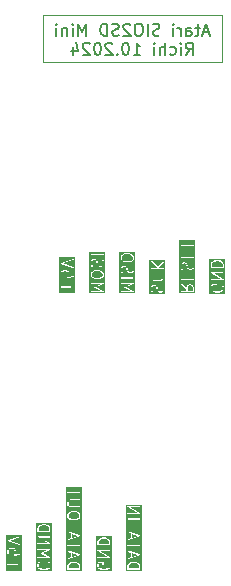
<source format=gbo>
G04 #@! TF.GenerationSoftware,KiCad,Pcbnew,8.0.4*
G04 #@! TF.CreationDate,2024-10-18T17:00:07+02:00*
G04 #@! TF.ProjectId,Atari_SIO2SD_Mini,41746172-695f-4534-994f-3253445f4d69,rev?*
G04 #@! TF.SameCoordinates,Original*
G04 #@! TF.FileFunction,Legend,Bot*
G04 #@! TF.FilePolarity,Positive*
%FSLAX46Y46*%
G04 Gerber Fmt 4.6, Leading zero omitted, Abs format (unit mm)*
G04 Created by KiCad (PCBNEW 8.0.4) date 2024-10-18 17:00:07*
%MOMM*%
%LPD*%
G01*
G04 APERTURE LIST*
%ADD10C,0.100000*%
%ADD11C,0.200000*%
%ADD12C,0.000000*%
%ADD13C,2.000000*%
%ADD14C,1.500000*%
%ADD15R,1.800000X1.800000*%
%ADD16C,1.800000*%
%ADD17R,1.700000X1.700000*%
%ADD18O,1.700000X1.700000*%
%ADD19C,5.600000*%
G04 APERTURE END LIST*
D10*
G36*
X156359661Y-82776978D02*
G01*
X156439367Y-82856684D01*
X156478080Y-82934109D01*
X156478080Y-83100978D01*
X156439367Y-83178403D01*
X156359661Y-83258109D01*
X156188592Y-83300877D01*
X155867569Y-83300877D01*
X155696499Y-83258109D01*
X155616792Y-83178402D01*
X155578080Y-83100978D01*
X155578080Y-82934109D01*
X155616792Y-82856685D01*
X155696499Y-82776978D01*
X155867569Y-82734211D01*
X156188592Y-82734211D01*
X156359661Y-82776978D01*
G37*
G36*
X156689191Y-84607226D02*
G01*
X155366969Y-84607226D01*
X155366969Y-83760315D01*
X155481886Y-83760315D01*
X155481886Y-83798583D01*
X155508946Y-83825643D01*
X155528080Y-83829449D01*
X156302702Y-83829449D01*
X155792651Y-84067473D01*
X155782261Y-84075095D01*
X155780026Y-84075908D01*
X155779439Y-84077165D01*
X155776921Y-84079013D01*
X155771076Y-84095085D01*
X155763843Y-84110586D01*
X155764641Y-84112782D01*
X155763843Y-84114978D01*
X155771076Y-84130478D01*
X155776921Y-84146551D01*
X155779439Y-84148398D01*
X155780026Y-84149656D01*
X155782261Y-84150468D01*
X155792651Y-84158091D01*
X156302702Y-84396115D01*
X155528080Y-84396115D01*
X155508946Y-84399921D01*
X155481886Y-84426981D01*
X155481886Y-84465249D01*
X155508946Y-84492309D01*
X155528080Y-84496115D01*
X156528080Y-84496115D01*
X156547214Y-84492309D01*
X156553496Y-84486026D01*
X156561849Y-84482989D01*
X156566499Y-84473023D01*
X156574274Y-84465249D01*
X156574274Y-84456363D01*
X156578032Y-84448311D01*
X156574274Y-84437976D01*
X156574274Y-84426981D01*
X156567991Y-84420698D01*
X156564954Y-84412346D01*
X156549225Y-84400806D01*
X155932029Y-84112782D01*
X156549225Y-83824758D01*
X156564954Y-83813218D01*
X156567991Y-83804865D01*
X156574274Y-83798583D01*
X156574274Y-83787587D01*
X156578032Y-83777253D01*
X156574274Y-83769200D01*
X156574274Y-83760315D01*
X156566499Y-83752540D01*
X156561849Y-83742575D01*
X156553496Y-83739537D01*
X156547214Y-83733255D01*
X156528080Y-83729449D01*
X155528080Y-83729449D01*
X155508946Y-83733255D01*
X155481886Y-83760315D01*
X155366969Y-83760315D01*
X155366969Y-82922306D01*
X155478080Y-82922306D01*
X155478080Y-83112782D01*
X155478568Y-83115238D01*
X155478206Y-83116327D01*
X155480322Y-83124054D01*
X155481886Y-83131916D01*
X155482697Y-83132727D01*
X155483359Y-83135143D01*
X155530979Y-83230381D01*
X155535894Y-83236715D01*
X155540345Y-83243375D01*
X155635583Y-83338613D01*
X155640085Y-83341621D01*
X155641172Y-83343432D01*
X155646710Y-83346048D01*
X155651804Y-83349452D01*
X155653915Y-83349452D01*
X155658811Y-83351765D01*
X155849287Y-83399384D01*
X155855404Y-83399681D01*
X155861414Y-83400877D01*
X156194747Y-83400877D01*
X156200756Y-83399681D01*
X156206874Y-83399384D01*
X156397350Y-83351765D01*
X156402246Y-83349452D01*
X156404357Y-83349452D01*
X156409450Y-83346048D01*
X156414989Y-83343432D01*
X156416075Y-83341621D01*
X156420578Y-83338613D01*
X156515816Y-83243375D01*
X156520266Y-83236715D01*
X156525182Y-83230381D01*
X156572801Y-83135143D01*
X156573462Y-83132727D01*
X156574274Y-83131916D01*
X156575837Y-83124054D01*
X156577954Y-83116327D01*
X156577591Y-83115238D01*
X156578080Y-83112782D01*
X156578080Y-82922306D01*
X156577591Y-82919849D01*
X156577954Y-82918761D01*
X156575837Y-82911033D01*
X156574274Y-82903172D01*
X156573462Y-82902360D01*
X156572801Y-82899945D01*
X156525182Y-82804707D01*
X156520266Y-82798372D01*
X156515816Y-82791713D01*
X156420578Y-82696475D01*
X156416075Y-82693466D01*
X156414989Y-82691656D01*
X156409450Y-82689039D01*
X156404357Y-82685636D01*
X156402246Y-82685636D01*
X156397350Y-82683323D01*
X156206874Y-82635704D01*
X156200756Y-82635406D01*
X156194747Y-82634211D01*
X155861414Y-82634211D01*
X155855404Y-82635406D01*
X155849287Y-82635704D01*
X155658811Y-82683323D01*
X155653915Y-82685636D01*
X155651804Y-82685636D01*
X155646710Y-82689039D01*
X155641172Y-82691656D01*
X155640085Y-82693466D01*
X155635583Y-82696475D01*
X155540345Y-82791713D01*
X155535894Y-82798372D01*
X155530979Y-82804707D01*
X155483359Y-82899945D01*
X155482697Y-82902360D01*
X155481886Y-82903172D01*
X155480322Y-82911033D01*
X155478206Y-82918761D01*
X155478568Y-82919849D01*
X155478080Y-82922306D01*
X155366969Y-82922306D01*
X155366969Y-81922306D01*
X155478080Y-81922306D01*
X155478080Y-82160401D01*
X155479643Y-82168262D01*
X155480646Y-82176213D01*
X155528266Y-82319070D01*
X155537927Y-82336018D01*
X155572156Y-82353132D01*
X155608460Y-82341031D01*
X155625574Y-82306802D01*
X155623134Y-82287446D01*
X155578080Y-82152286D01*
X155578080Y-81934109D01*
X155616792Y-81856685D01*
X155652937Y-81820541D01*
X155730361Y-81781830D01*
X155801992Y-81781830D01*
X155879415Y-81820541D01*
X155915559Y-81856686D01*
X155957095Y-81939758D01*
X156003383Y-82124909D01*
X156005722Y-82129861D01*
X156007169Y-82135143D01*
X156054787Y-82230380D01*
X156059702Y-82236713D01*
X156064154Y-82243375D01*
X156111772Y-82290994D01*
X156118438Y-82295448D01*
X156124767Y-82300360D01*
X156220005Y-82347979D01*
X156222420Y-82348640D01*
X156223232Y-82349452D01*
X156231093Y-82351015D01*
X156238821Y-82353132D01*
X156239909Y-82352769D01*
X156242366Y-82353258D01*
X156337604Y-82353258D01*
X156340060Y-82352769D01*
X156341149Y-82353132D01*
X156348876Y-82351015D01*
X156356738Y-82349452D01*
X156357549Y-82348640D01*
X156359965Y-82347979D01*
X156455202Y-82300361D01*
X156461535Y-82295445D01*
X156468197Y-82290994D01*
X156515816Y-82243376D01*
X156520270Y-82236709D01*
X156525182Y-82230381D01*
X156572801Y-82135143D01*
X156573462Y-82132727D01*
X156574274Y-82131916D01*
X156575837Y-82124054D01*
X156577954Y-82116327D01*
X156577591Y-82115238D01*
X156578080Y-82112782D01*
X156578080Y-81874687D01*
X156576516Y-81866825D01*
X156575514Y-81858875D01*
X156527895Y-81716019D01*
X156518234Y-81699070D01*
X156484005Y-81681956D01*
X156447701Y-81694057D01*
X156430587Y-81728286D01*
X156433027Y-81747641D01*
X156478080Y-81882800D01*
X156478080Y-82100978D01*
X156439368Y-82178401D01*
X156403224Y-82214546D01*
X156325801Y-82253258D01*
X156254170Y-82253258D01*
X156176746Y-82214546D01*
X156140601Y-82178402D01*
X156099066Y-82095331D01*
X156052778Y-81910179D01*
X156050438Y-81905226D01*
X156048992Y-81899945D01*
X156001373Y-81804707D01*
X155996461Y-81798378D01*
X155992007Y-81791712D01*
X155944388Y-81744094D01*
X155937726Y-81739642D01*
X155931393Y-81734727D01*
X155836156Y-81687109D01*
X155833740Y-81686447D01*
X155832929Y-81685636D01*
X155825067Y-81684072D01*
X155817340Y-81681956D01*
X155816251Y-81682318D01*
X155813795Y-81681830D01*
X155718557Y-81681830D01*
X155716100Y-81682318D01*
X155715012Y-81681956D01*
X155707284Y-81684072D01*
X155699423Y-81685636D01*
X155698611Y-81686447D01*
X155696196Y-81687109D01*
X155600958Y-81734728D01*
X155594629Y-81739639D01*
X155587963Y-81744094D01*
X155540345Y-81791713D01*
X155535894Y-81798372D01*
X155530979Y-81804707D01*
X155483359Y-81899945D01*
X155482697Y-81902360D01*
X155481886Y-81903172D01*
X155480322Y-81911033D01*
X155478206Y-81918761D01*
X155478568Y-81919849D01*
X155478080Y-81922306D01*
X155366969Y-81922306D01*
X155366969Y-81284124D01*
X155481886Y-81284124D01*
X155481886Y-81322392D01*
X155508946Y-81349452D01*
X155528080Y-81353258D01*
X156528080Y-81353258D01*
X156547214Y-81349452D01*
X156574274Y-81322392D01*
X156574274Y-81284124D01*
X156547214Y-81257064D01*
X156528080Y-81253258D01*
X155528080Y-81253258D01*
X155508946Y-81257064D01*
X155481886Y-81284124D01*
X155366969Y-81284124D01*
X155366969Y-81142147D01*
X156689191Y-81142147D01*
X156689191Y-84607226D01*
G37*
G36*
X156832534Y-105421863D02*
G01*
X156915606Y-105463399D01*
X156996759Y-105544552D01*
X157038080Y-105668514D01*
X157038080Y-105848496D01*
X156138080Y-105848496D01*
X156138080Y-105668515D01*
X156179401Y-105544552D01*
X156260554Y-105463399D01*
X156343628Y-105421862D01*
X156522807Y-105377068D01*
X156653354Y-105377068D01*
X156832534Y-105421863D01*
G37*
G36*
X157249191Y-108154845D02*
G01*
X155926969Y-108154845D01*
X155926969Y-107565163D01*
X156038080Y-107565163D01*
X156038080Y-107660401D01*
X156039643Y-107668262D01*
X156040646Y-107676213D01*
X156088266Y-107819070D01*
X156089506Y-107821245D01*
X156089506Y-107822392D01*
X156093955Y-107829050D01*
X156097927Y-107836018D01*
X156098954Y-107836531D01*
X156100345Y-107838613D01*
X156195583Y-107933851D01*
X156202242Y-107938301D01*
X156208577Y-107943217D01*
X156303815Y-107990836D01*
X156309096Y-107992282D01*
X156314049Y-107994622D01*
X156504525Y-108042241D01*
X156510642Y-108042538D01*
X156516652Y-108043734D01*
X156659509Y-108043734D01*
X156665518Y-108042538D01*
X156671636Y-108042241D01*
X156862112Y-107994622D01*
X156867064Y-107992282D01*
X156872346Y-107990836D01*
X156967583Y-107943218D01*
X156973916Y-107938302D01*
X156980578Y-107933851D01*
X157075816Y-107838613D01*
X157077206Y-107836531D01*
X157078234Y-107836018D01*
X157082204Y-107829052D01*
X157086655Y-107822392D01*
X157086655Y-107821244D01*
X157087895Y-107819069D01*
X157135514Y-107676213D01*
X157136516Y-107668262D01*
X157138080Y-107660401D01*
X157138080Y-107517544D01*
X157137591Y-107515087D01*
X157137954Y-107513999D01*
X157135837Y-107506271D01*
X157134274Y-107498410D01*
X157133462Y-107497598D01*
X157132801Y-107495183D01*
X157085182Y-107399945D01*
X157073221Y-107384533D01*
X157036916Y-107372432D01*
X157002688Y-107389546D01*
X156990587Y-107425851D01*
X156995740Y-107444667D01*
X157038080Y-107529347D01*
X157038080Y-107652288D01*
X156996759Y-107776249D01*
X156915606Y-107857403D01*
X156832534Y-107898939D01*
X156653354Y-107943734D01*
X156522807Y-107943734D01*
X156343628Y-107898939D01*
X156260554Y-107857402D01*
X156179401Y-107776249D01*
X156138080Y-107652286D01*
X156138080Y-107573277D01*
X156179401Y-107449314D01*
X156204030Y-107424687D01*
X156466652Y-107424687D01*
X156466652Y-107565163D01*
X156470458Y-107584297D01*
X156497518Y-107611357D01*
X156535786Y-107611357D01*
X156562846Y-107584297D01*
X156566652Y-107565163D01*
X156566652Y-107374687D01*
X156562846Y-107355553D01*
X156535786Y-107328493D01*
X156516652Y-107324687D01*
X156183319Y-107324687D01*
X156164185Y-107328493D01*
X156164184Y-107328493D01*
X156147963Y-107339332D01*
X156100345Y-107386951D01*
X156098954Y-107389032D01*
X156097927Y-107389546D01*
X156093955Y-107396513D01*
X156089506Y-107403172D01*
X156089506Y-107404318D01*
X156088266Y-107406494D01*
X156040646Y-107549351D01*
X156039643Y-107557301D01*
X156038080Y-107565163D01*
X155926969Y-107565163D01*
X155926969Y-106368381D01*
X156038479Y-106368381D01*
X156041886Y-106380873D01*
X156041886Y-106393821D01*
X156046740Y-106398675D01*
X156048548Y-106405302D01*
X156063273Y-106418099D01*
X156899802Y-106896115D01*
X156088080Y-106896115D01*
X156068946Y-106899921D01*
X156041886Y-106926981D01*
X156041886Y-106965249D01*
X156068946Y-106992309D01*
X156088080Y-106996115D01*
X157088080Y-106996115D01*
X157107214Y-106992309D01*
X157112068Y-106987454D01*
X157118695Y-106985647D01*
X157125120Y-106974402D01*
X157134274Y-106965249D01*
X157134274Y-106958383D01*
X157137681Y-106952421D01*
X157134274Y-106939928D01*
X157134274Y-106926981D01*
X157129418Y-106922125D01*
X157127612Y-106915501D01*
X157112887Y-106902703D01*
X156276358Y-106424687D01*
X157088080Y-106424687D01*
X157107214Y-106420881D01*
X157134274Y-106393821D01*
X157134274Y-106355553D01*
X157107214Y-106328493D01*
X157088080Y-106324687D01*
X156088080Y-106324687D01*
X156068946Y-106328493D01*
X156064091Y-106333347D01*
X156057465Y-106335155D01*
X156051039Y-106346399D01*
X156041886Y-106355553D01*
X156041886Y-106362418D01*
X156038479Y-106368381D01*
X155926969Y-106368381D01*
X155926969Y-105660401D01*
X156038080Y-105660401D01*
X156038080Y-105898496D01*
X156041886Y-105917630D01*
X156068946Y-105944690D01*
X156088080Y-105948496D01*
X157088080Y-105948496D01*
X157107214Y-105944690D01*
X157134274Y-105917630D01*
X157138080Y-105898496D01*
X157138080Y-105660401D01*
X157136516Y-105652539D01*
X157135514Y-105644589D01*
X157087895Y-105501733D01*
X157086655Y-105499557D01*
X157086655Y-105498410D01*
X157082204Y-105491749D01*
X157078234Y-105484784D01*
X157077206Y-105484270D01*
X157075816Y-105482189D01*
X156980578Y-105386951D01*
X156973916Y-105382499D01*
X156967583Y-105377584D01*
X156872346Y-105329966D01*
X156867064Y-105328519D01*
X156862112Y-105326180D01*
X156671636Y-105278561D01*
X156665518Y-105278263D01*
X156659509Y-105277068D01*
X156516652Y-105277068D01*
X156510642Y-105278263D01*
X156504525Y-105278561D01*
X156314049Y-105326180D01*
X156309096Y-105328519D01*
X156303815Y-105329966D01*
X156208577Y-105377585D01*
X156202242Y-105382500D01*
X156195583Y-105386951D01*
X156100345Y-105482189D01*
X156098954Y-105484270D01*
X156097927Y-105484784D01*
X156093955Y-105491751D01*
X156089506Y-105498410D01*
X156089506Y-105499556D01*
X156088266Y-105501732D01*
X156040646Y-105644589D01*
X156039643Y-105652539D01*
X156038080Y-105660401D01*
X155926969Y-105660401D01*
X155926969Y-105165957D01*
X157249191Y-105165957D01*
X157249191Y-108154845D01*
G37*
G36*
X158899661Y-81348407D02*
G01*
X158979367Y-81428113D01*
X159018080Y-81505538D01*
X159018080Y-81672407D01*
X158979367Y-81749832D01*
X158899661Y-81829538D01*
X158728592Y-81872306D01*
X158407569Y-81872306D01*
X158236499Y-81829538D01*
X158156792Y-81749831D01*
X158118080Y-81672407D01*
X158118080Y-81505538D01*
X158156792Y-81428114D01*
X158236499Y-81348407D01*
X158407569Y-81305640D01*
X158728592Y-81305640D01*
X158899661Y-81348407D01*
G37*
G36*
X159229191Y-84607226D02*
G01*
X157906969Y-84607226D01*
X157906969Y-83760315D01*
X158021886Y-83760315D01*
X158021886Y-83798583D01*
X158048946Y-83825643D01*
X158068080Y-83829449D01*
X158842702Y-83829449D01*
X158332651Y-84067473D01*
X158322261Y-84075095D01*
X158320026Y-84075908D01*
X158319439Y-84077165D01*
X158316921Y-84079013D01*
X158311076Y-84095085D01*
X158303843Y-84110586D01*
X158304641Y-84112782D01*
X158303843Y-84114978D01*
X158311076Y-84130478D01*
X158316921Y-84146551D01*
X158319439Y-84148398D01*
X158320026Y-84149656D01*
X158322261Y-84150468D01*
X158332651Y-84158091D01*
X158842702Y-84396115D01*
X158068080Y-84396115D01*
X158048946Y-84399921D01*
X158021886Y-84426981D01*
X158021886Y-84465249D01*
X158048946Y-84492309D01*
X158068080Y-84496115D01*
X159068080Y-84496115D01*
X159087214Y-84492309D01*
X159093496Y-84486026D01*
X159101849Y-84482989D01*
X159106499Y-84473023D01*
X159114274Y-84465249D01*
X159114274Y-84456363D01*
X159118032Y-84448311D01*
X159114274Y-84437976D01*
X159114274Y-84426981D01*
X159107991Y-84420698D01*
X159104954Y-84412346D01*
X159089225Y-84400806D01*
X158472029Y-84112782D01*
X159089225Y-83824758D01*
X159104954Y-83813218D01*
X159107991Y-83804865D01*
X159114274Y-83798583D01*
X159114274Y-83787587D01*
X159118032Y-83777253D01*
X159114274Y-83769200D01*
X159114274Y-83760315D01*
X159106499Y-83752540D01*
X159101849Y-83742575D01*
X159093496Y-83739537D01*
X159087214Y-83733255D01*
X159068080Y-83729449D01*
X158068080Y-83729449D01*
X158048946Y-83733255D01*
X158021886Y-83760315D01*
X157906969Y-83760315D01*
X157906969Y-83284124D01*
X158021886Y-83284124D01*
X158021886Y-83322392D01*
X158048946Y-83349452D01*
X158068080Y-83353258D01*
X159068080Y-83353258D01*
X159087214Y-83349452D01*
X159114274Y-83322392D01*
X159114274Y-83284124D01*
X159087214Y-83257064D01*
X159068080Y-83253258D01*
X158068080Y-83253258D01*
X158048946Y-83257064D01*
X158021886Y-83284124D01*
X157906969Y-83284124D01*
X157906969Y-82493735D01*
X158018080Y-82493735D01*
X158018080Y-82731830D01*
X158019643Y-82739691D01*
X158020646Y-82747642D01*
X158068266Y-82890499D01*
X158077927Y-82907447D01*
X158112156Y-82924561D01*
X158148460Y-82912460D01*
X158165574Y-82878231D01*
X158163134Y-82858875D01*
X158118080Y-82723715D01*
X158118080Y-82505538D01*
X158156792Y-82428114D01*
X158192937Y-82391970D01*
X158270361Y-82353259D01*
X158341992Y-82353259D01*
X158419415Y-82391970D01*
X158455559Y-82428115D01*
X158497095Y-82511187D01*
X158543383Y-82696338D01*
X158545722Y-82701290D01*
X158547169Y-82706572D01*
X158594787Y-82801809D01*
X158599702Y-82808142D01*
X158604154Y-82814804D01*
X158651772Y-82862423D01*
X158658438Y-82866877D01*
X158664767Y-82871789D01*
X158760005Y-82919408D01*
X158762420Y-82920069D01*
X158763232Y-82920881D01*
X158771093Y-82922444D01*
X158778821Y-82924561D01*
X158779909Y-82924198D01*
X158782366Y-82924687D01*
X158877604Y-82924687D01*
X158880060Y-82924198D01*
X158881149Y-82924561D01*
X158888876Y-82922444D01*
X158896738Y-82920881D01*
X158897549Y-82920069D01*
X158899965Y-82919408D01*
X158995202Y-82871790D01*
X159001535Y-82866874D01*
X159008197Y-82862423D01*
X159055816Y-82814805D01*
X159060270Y-82808138D01*
X159065182Y-82801810D01*
X159112801Y-82706572D01*
X159113462Y-82704156D01*
X159114274Y-82703345D01*
X159115837Y-82695483D01*
X159117954Y-82687756D01*
X159117591Y-82686667D01*
X159118080Y-82684211D01*
X159118080Y-82446116D01*
X159116516Y-82438254D01*
X159115514Y-82430304D01*
X159067895Y-82287448D01*
X159058234Y-82270499D01*
X159024005Y-82253385D01*
X158987701Y-82265486D01*
X158970587Y-82299715D01*
X158973027Y-82319070D01*
X159018080Y-82454229D01*
X159018080Y-82672407D01*
X158979368Y-82749830D01*
X158943224Y-82785975D01*
X158865801Y-82824687D01*
X158794170Y-82824687D01*
X158716746Y-82785975D01*
X158680601Y-82749831D01*
X158639066Y-82666760D01*
X158592778Y-82481608D01*
X158590438Y-82476655D01*
X158588992Y-82471374D01*
X158541373Y-82376136D01*
X158536461Y-82369807D01*
X158532007Y-82363141D01*
X158484388Y-82315523D01*
X158477726Y-82311071D01*
X158471393Y-82306156D01*
X158376156Y-82258538D01*
X158373740Y-82257876D01*
X158372929Y-82257065D01*
X158365067Y-82255501D01*
X158357340Y-82253385D01*
X158356251Y-82253747D01*
X158353795Y-82253259D01*
X158258557Y-82253259D01*
X158256100Y-82253747D01*
X158255012Y-82253385D01*
X158247284Y-82255501D01*
X158239423Y-82257065D01*
X158238611Y-82257876D01*
X158236196Y-82258538D01*
X158140958Y-82306157D01*
X158134629Y-82311068D01*
X158127963Y-82315523D01*
X158080345Y-82363142D01*
X158075894Y-82369801D01*
X158070979Y-82376136D01*
X158023359Y-82471374D01*
X158022697Y-82473789D01*
X158021886Y-82474601D01*
X158020322Y-82482462D01*
X158018206Y-82490190D01*
X158018568Y-82491278D01*
X158018080Y-82493735D01*
X157906969Y-82493735D01*
X157906969Y-81493735D01*
X158018080Y-81493735D01*
X158018080Y-81684211D01*
X158018568Y-81686667D01*
X158018206Y-81687756D01*
X158020322Y-81695483D01*
X158021886Y-81703345D01*
X158022697Y-81704156D01*
X158023359Y-81706572D01*
X158070979Y-81801810D01*
X158075894Y-81808144D01*
X158080345Y-81814804D01*
X158175583Y-81910042D01*
X158180085Y-81913050D01*
X158181172Y-81914861D01*
X158186710Y-81917477D01*
X158191804Y-81920881D01*
X158193915Y-81920881D01*
X158198811Y-81923194D01*
X158389287Y-81970813D01*
X158395404Y-81971110D01*
X158401414Y-81972306D01*
X158734747Y-81972306D01*
X158740756Y-81971110D01*
X158746874Y-81970813D01*
X158937350Y-81923194D01*
X158942246Y-81920881D01*
X158944357Y-81920881D01*
X158949450Y-81917477D01*
X158954989Y-81914861D01*
X158956075Y-81913050D01*
X158960578Y-81910042D01*
X159055816Y-81814804D01*
X159060266Y-81808144D01*
X159065182Y-81801810D01*
X159112801Y-81706572D01*
X159113462Y-81704156D01*
X159114274Y-81703345D01*
X159115837Y-81695483D01*
X159117954Y-81687756D01*
X159117591Y-81686667D01*
X159118080Y-81684211D01*
X159118080Y-81493735D01*
X159117591Y-81491278D01*
X159117954Y-81490190D01*
X159115837Y-81482462D01*
X159114274Y-81474601D01*
X159113462Y-81473789D01*
X159112801Y-81471374D01*
X159065182Y-81376136D01*
X159060266Y-81369801D01*
X159055816Y-81363142D01*
X158960578Y-81267904D01*
X158956075Y-81264895D01*
X158954989Y-81263085D01*
X158949450Y-81260468D01*
X158944357Y-81257065D01*
X158942246Y-81257065D01*
X158937350Y-81254752D01*
X158746874Y-81207133D01*
X158740756Y-81206835D01*
X158734747Y-81205640D01*
X158401414Y-81205640D01*
X158395404Y-81206835D01*
X158389287Y-81207133D01*
X158198811Y-81254752D01*
X158193915Y-81257065D01*
X158191804Y-81257065D01*
X158186710Y-81260468D01*
X158181172Y-81263085D01*
X158180085Y-81264895D01*
X158175583Y-81267904D01*
X158080345Y-81363142D01*
X158075894Y-81369801D01*
X158070979Y-81376136D01*
X158023359Y-81471374D01*
X158022697Y-81473789D01*
X158021886Y-81474601D01*
X158020322Y-81482462D01*
X158018206Y-81490190D01*
X158018568Y-81491278D01*
X158018080Y-81493735D01*
X157906969Y-81493735D01*
X157906969Y-81094529D01*
X159229191Y-81094529D01*
X159229191Y-84607226D01*
G37*
G36*
X149629191Y-108103420D02*
G01*
X148306969Y-108103420D01*
X148306969Y-107546029D01*
X148421886Y-107546029D01*
X148421886Y-107584297D01*
X148448946Y-107611357D01*
X148468080Y-107615163D01*
X148799033Y-107615163D01*
X148799033Y-107946115D01*
X148802839Y-107965249D01*
X148829899Y-107992309D01*
X148868167Y-107992309D01*
X148895227Y-107965249D01*
X148899033Y-107946115D01*
X148899033Y-107615163D01*
X149229985Y-107615163D01*
X149249119Y-107611357D01*
X149276179Y-107584297D01*
X149276179Y-107546029D01*
X149249119Y-107518969D01*
X149229985Y-107515163D01*
X148899033Y-107515163D01*
X148899033Y-107184211D01*
X148895227Y-107165077D01*
X148868167Y-107138017D01*
X148829899Y-107138017D01*
X148802839Y-107165077D01*
X148799033Y-107184211D01*
X148799033Y-107515163D01*
X148468080Y-107515163D01*
X148448946Y-107518969D01*
X148421886Y-107546029D01*
X148306969Y-107546029D01*
X148306969Y-106374687D01*
X148418080Y-106374687D01*
X148418080Y-106612782D01*
X148418568Y-106615238D01*
X148418206Y-106616327D01*
X148420322Y-106624054D01*
X148421886Y-106631916D01*
X148422697Y-106632727D01*
X148423359Y-106635143D01*
X148470979Y-106730381D01*
X148475894Y-106736715D01*
X148480345Y-106743375D01*
X148527963Y-106790994D01*
X148544184Y-106801833D01*
X148582453Y-106801833D01*
X148609513Y-106774773D01*
X148609513Y-106736504D01*
X148598674Y-106720283D01*
X148556792Y-106678402D01*
X148518080Y-106600978D01*
X148518080Y-106386490D01*
X148556792Y-106309066D01*
X148592937Y-106272922D01*
X148670361Y-106234211D01*
X148884849Y-106234211D01*
X148962272Y-106272922D01*
X148998416Y-106309067D01*
X149037128Y-106386490D01*
X149037128Y-106600978D01*
X148998416Y-106678401D01*
X148956535Y-106720284D01*
X148945696Y-106736505D01*
X148945696Y-106739148D01*
X148944021Y-106741196D01*
X148945696Y-106757945D01*
X148945696Y-106774773D01*
X148947565Y-106776642D01*
X148947829Y-106779275D01*
X148960858Y-106789935D01*
X148972756Y-106801833D01*
X148975400Y-106801833D01*
X148977447Y-106803508D01*
X148996865Y-106805391D01*
X149473055Y-106757772D01*
X149484721Y-106754214D01*
X149487214Y-106754214D01*
X149488307Y-106753120D01*
X149491715Y-106752081D01*
X149502373Y-106739054D01*
X149514274Y-106727154D01*
X149514968Y-106723660D01*
X149515949Y-106722463D01*
X149515700Y-106719981D01*
X149518080Y-106708020D01*
X149518080Y-106231830D01*
X149514274Y-106212696D01*
X149487214Y-106185636D01*
X149448946Y-106185636D01*
X149421886Y-106212696D01*
X149418080Y-106231830D01*
X149418080Y-106662770D01*
X149102243Y-106694354D01*
X149131849Y-106635143D01*
X149132510Y-106632727D01*
X149133322Y-106631916D01*
X149134885Y-106624054D01*
X149137002Y-106616327D01*
X149136639Y-106615238D01*
X149137128Y-106612782D01*
X149137128Y-106374687D01*
X149136639Y-106372230D01*
X149137002Y-106371142D01*
X149134885Y-106363414D01*
X149133322Y-106355553D01*
X149132510Y-106354741D01*
X149131849Y-106352326D01*
X149084230Y-106257088D01*
X149079318Y-106250759D01*
X149074864Y-106244093D01*
X149027245Y-106196475D01*
X149020583Y-106192023D01*
X149014250Y-106187108D01*
X148919013Y-106139490D01*
X148916597Y-106138828D01*
X148915786Y-106138017D01*
X148907924Y-106136453D01*
X148900197Y-106134337D01*
X148899108Y-106134699D01*
X148896652Y-106134211D01*
X148658557Y-106134211D01*
X148656100Y-106134699D01*
X148655012Y-106134337D01*
X148647284Y-106136453D01*
X148639423Y-106138017D01*
X148638611Y-106138828D01*
X148636196Y-106139490D01*
X148540958Y-106187109D01*
X148534629Y-106192020D01*
X148527963Y-106196475D01*
X148480345Y-106244094D01*
X148475894Y-106250753D01*
X148470979Y-106257088D01*
X148423359Y-106352326D01*
X148422697Y-106354741D01*
X148421886Y-106355553D01*
X148420322Y-106363414D01*
X148418206Y-106371142D01*
X148418568Y-106372230D01*
X148418080Y-106374687D01*
X148306969Y-106374687D01*
X148306969Y-105561619D01*
X148418206Y-105561619D01*
X148419387Y-105565163D01*
X148418206Y-105568707D01*
X148425293Y-105582883D01*
X148430307Y-105597923D01*
X148433649Y-105599593D01*
X148435320Y-105602936D01*
X148452269Y-105612597D01*
X149452268Y-105945930D01*
X149471624Y-105948370D01*
X149505852Y-105931256D01*
X149517954Y-105894952D01*
X149500839Y-105860723D01*
X149483891Y-105851062D01*
X148626193Y-105565163D01*
X149483891Y-105279264D01*
X149500839Y-105269603D01*
X149517954Y-105235374D01*
X149505852Y-105199070D01*
X149471624Y-105181956D01*
X149452268Y-105184396D01*
X148452269Y-105517729D01*
X148435320Y-105527390D01*
X148433649Y-105530732D01*
X148430307Y-105532403D01*
X148425293Y-105547442D01*
X148418206Y-105561619D01*
X148306969Y-105561619D01*
X148306969Y-105070845D01*
X149629191Y-105070845D01*
X149629191Y-108103420D01*
G37*
G36*
X164023224Y-83963398D02*
G01*
X164059368Y-83999543D01*
X164098080Y-84076966D01*
X164098080Y-84396115D01*
X163674271Y-84396115D01*
X163674271Y-84076966D01*
X163712982Y-83999542D01*
X163749127Y-83963398D01*
X163826551Y-83924687D01*
X163945801Y-83924687D01*
X164023224Y-83963398D01*
G37*
G36*
X164309191Y-84607226D02*
G01*
X162986969Y-84607226D01*
X162986969Y-83863872D01*
X163099264Y-83863872D01*
X163105914Y-83901558D01*
X163119407Y-83915649D01*
X163574271Y-84234053D01*
X163574271Y-84396115D01*
X163148080Y-84396115D01*
X163128946Y-84399921D01*
X163101886Y-84426981D01*
X163101886Y-84465249D01*
X163128946Y-84492309D01*
X163148080Y-84496115D01*
X164148080Y-84496115D01*
X164167214Y-84492309D01*
X164194274Y-84465249D01*
X164198080Y-84446115D01*
X164198080Y-84065163D01*
X164197591Y-84062706D01*
X164197954Y-84061618D01*
X164195837Y-84053890D01*
X164194274Y-84046029D01*
X164193462Y-84045217D01*
X164192801Y-84042802D01*
X164145182Y-83947564D01*
X164140270Y-83941235D01*
X164135816Y-83934569D01*
X164088197Y-83886951D01*
X164081535Y-83882499D01*
X164075202Y-83877584D01*
X163979965Y-83829966D01*
X163977549Y-83829304D01*
X163976738Y-83828493D01*
X163968876Y-83826929D01*
X163961149Y-83824813D01*
X163960060Y-83825175D01*
X163957604Y-83824687D01*
X163814747Y-83824687D01*
X163812290Y-83825175D01*
X163811202Y-83824813D01*
X163803474Y-83826929D01*
X163795613Y-83828493D01*
X163794801Y-83829304D01*
X163792386Y-83829966D01*
X163697148Y-83877585D01*
X163690819Y-83882496D01*
X163684153Y-83886951D01*
X163636535Y-83934570D01*
X163632083Y-83941231D01*
X163627168Y-83947565D01*
X163579550Y-84042802D01*
X163578888Y-84045217D01*
X163578077Y-84046029D01*
X163576513Y-84053890D01*
X163574397Y-84061618D01*
X163574759Y-84062706D01*
X163574271Y-84065163D01*
X163574271Y-84111987D01*
X163176753Y-83833725D01*
X163158895Y-83825871D01*
X163121209Y-83832521D01*
X163099264Y-83863872D01*
X162986969Y-83863872D01*
X162986969Y-82969925D01*
X163098080Y-82969925D01*
X163098080Y-83446115D01*
X163101886Y-83465249D01*
X163128946Y-83492309D01*
X163148080Y-83496115D01*
X164148080Y-83496115D01*
X164167214Y-83492309D01*
X164194274Y-83465249D01*
X164198080Y-83446115D01*
X164198080Y-82969925D01*
X164194274Y-82950791D01*
X164167214Y-82923731D01*
X164128946Y-82923731D01*
X164101886Y-82950791D01*
X164098080Y-82969925D01*
X164098080Y-83396115D01*
X163721890Y-83396115D01*
X163721890Y-83112782D01*
X163718084Y-83093648D01*
X163691024Y-83066588D01*
X163652756Y-83066588D01*
X163625696Y-83093648D01*
X163621890Y-83112782D01*
X163621890Y-83396115D01*
X163198080Y-83396115D01*
X163198080Y-82969925D01*
X163194274Y-82950791D01*
X163167214Y-82923731D01*
X163128946Y-82923731D01*
X163101886Y-82950791D01*
X163098080Y-82969925D01*
X162986969Y-82969925D01*
X162986969Y-82208020D01*
X163098080Y-82208020D01*
X163098080Y-82446115D01*
X163099643Y-82453976D01*
X163100646Y-82461927D01*
X163148266Y-82604784D01*
X163157927Y-82621732D01*
X163192156Y-82638846D01*
X163228460Y-82626745D01*
X163245574Y-82592516D01*
X163243134Y-82573160D01*
X163198080Y-82438000D01*
X163198080Y-82219823D01*
X163236792Y-82142399D01*
X163272937Y-82106255D01*
X163350361Y-82067544D01*
X163421992Y-82067544D01*
X163499415Y-82106255D01*
X163535559Y-82142400D01*
X163577095Y-82225472D01*
X163623383Y-82410623D01*
X163625722Y-82415575D01*
X163627169Y-82420857D01*
X163674787Y-82516094D01*
X163679702Y-82522427D01*
X163684154Y-82529089D01*
X163731772Y-82576708D01*
X163738438Y-82581162D01*
X163744767Y-82586074D01*
X163840005Y-82633693D01*
X163842420Y-82634354D01*
X163843232Y-82635166D01*
X163851093Y-82636729D01*
X163858821Y-82638846D01*
X163859909Y-82638483D01*
X163862366Y-82638972D01*
X163957604Y-82638972D01*
X163960060Y-82638483D01*
X163961149Y-82638846D01*
X163968876Y-82636729D01*
X163976738Y-82635166D01*
X163977549Y-82634354D01*
X163979965Y-82633693D01*
X164075202Y-82586075D01*
X164081535Y-82581159D01*
X164088197Y-82576708D01*
X164135816Y-82529090D01*
X164140270Y-82522423D01*
X164145182Y-82516095D01*
X164192801Y-82420857D01*
X164193462Y-82418441D01*
X164194274Y-82417630D01*
X164195837Y-82409768D01*
X164197954Y-82402041D01*
X164197591Y-82400952D01*
X164198080Y-82398496D01*
X164198080Y-82160401D01*
X164196516Y-82152539D01*
X164195514Y-82144589D01*
X164147895Y-82001733D01*
X164138234Y-81984784D01*
X164104005Y-81967670D01*
X164067701Y-81979771D01*
X164050587Y-82014000D01*
X164053027Y-82033355D01*
X164098080Y-82168514D01*
X164098080Y-82386692D01*
X164059368Y-82464115D01*
X164023224Y-82500260D01*
X163945801Y-82538972D01*
X163874170Y-82538972D01*
X163796746Y-82500260D01*
X163760601Y-82464116D01*
X163719066Y-82381045D01*
X163672778Y-82195893D01*
X163670438Y-82190940D01*
X163668992Y-82185659D01*
X163621373Y-82090421D01*
X163616461Y-82084092D01*
X163612007Y-82077426D01*
X163564388Y-82029808D01*
X163557726Y-82025356D01*
X163551393Y-82020441D01*
X163456156Y-81972823D01*
X163453740Y-81972161D01*
X163452929Y-81971350D01*
X163445067Y-81969786D01*
X163437340Y-81967670D01*
X163436251Y-81968032D01*
X163433795Y-81967544D01*
X163338557Y-81967544D01*
X163336100Y-81968032D01*
X163335012Y-81967670D01*
X163327284Y-81969786D01*
X163319423Y-81971350D01*
X163318611Y-81972161D01*
X163316196Y-81972823D01*
X163220958Y-82020442D01*
X163214629Y-82025353D01*
X163207963Y-82029808D01*
X163160345Y-82077427D01*
X163155894Y-82084086D01*
X163150979Y-82090421D01*
X163103359Y-82185659D01*
X163102697Y-82188074D01*
X163101886Y-82188886D01*
X163100322Y-82196747D01*
X163098206Y-82204475D01*
X163098568Y-82205563D01*
X163098080Y-82208020D01*
X162986969Y-82208020D01*
X162986969Y-81112782D01*
X163098080Y-81112782D01*
X163098080Y-81588972D01*
X163101886Y-81608106D01*
X163128946Y-81635166D01*
X163148080Y-81638972D01*
X164148080Y-81638972D01*
X164167214Y-81635166D01*
X164194274Y-81608106D01*
X164198080Y-81588972D01*
X164198080Y-81112782D01*
X164194274Y-81093648D01*
X164167214Y-81066588D01*
X164128946Y-81066588D01*
X164101886Y-81093648D01*
X164098080Y-81112782D01*
X164098080Y-81538972D01*
X163721890Y-81538972D01*
X163721890Y-81255639D01*
X163718084Y-81236505D01*
X163691024Y-81209445D01*
X163652756Y-81209445D01*
X163625696Y-81236505D01*
X163621890Y-81255639D01*
X163621890Y-81538972D01*
X163198080Y-81538972D01*
X163198080Y-81112782D01*
X163194274Y-81093648D01*
X163167214Y-81066588D01*
X163128946Y-81066588D01*
X163101886Y-81093648D01*
X163098080Y-81112782D01*
X162986969Y-81112782D01*
X162986969Y-80522219D01*
X163101886Y-80522219D01*
X163101886Y-80560487D01*
X163128946Y-80587547D01*
X163148080Y-80591353D01*
X164098080Y-80591353D01*
X164098080Y-80827067D01*
X164101886Y-80846201D01*
X164128946Y-80873261D01*
X164167214Y-80873261D01*
X164194274Y-80846201D01*
X164198080Y-80827067D01*
X164198080Y-80255639D01*
X164194274Y-80236505D01*
X164167214Y-80209445D01*
X164128946Y-80209445D01*
X164101886Y-80236505D01*
X164098080Y-80255639D01*
X164098080Y-80491353D01*
X163148080Y-80491353D01*
X163128946Y-80495159D01*
X163101886Y-80522219D01*
X162986969Y-80522219D01*
X162986969Y-80098334D01*
X164309191Y-80098334D01*
X164309191Y-84607226D01*
G37*
G36*
X154149191Y-84603420D02*
G01*
X152826969Y-84603420D01*
X152826969Y-84046029D01*
X152941886Y-84046029D01*
X152941886Y-84084297D01*
X152968946Y-84111357D01*
X152988080Y-84115163D01*
X153319033Y-84115163D01*
X153319033Y-84446115D01*
X153322839Y-84465249D01*
X153349899Y-84492309D01*
X153388167Y-84492309D01*
X153415227Y-84465249D01*
X153419033Y-84446115D01*
X153419033Y-84115163D01*
X153749985Y-84115163D01*
X153769119Y-84111357D01*
X153796179Y-84084297D01*
X153796179Y-84046029D01*
X153769119Y-84018969D01*
X153749985Y-84015163D01*
X153419033Y-84015163D01*
X153419033Y-83684211D01*
X153415227Y-83665077D01*
X153388167Y-83638017D01*
X153349899Y-83638017D01*
X153322839Y-83665077D01*
X153319033Y-83684211D01*
X153319033Y-84015163D01*
X152988080Y-84015163D01*
X152968946Y-84018969D01*
X152941886Y-84046029D01*
X152826969Y-84046029D01*
X152826969Y-82874687D01*
X152938080Y-82874687D01*
X152938080Y-83112782D01*
X152938568Y-83115238D01*
X152938206Y-83116327D01*
X152940322Y-83124054D01*
X152941886Y-83131916D01*
X152942697Y-83132727D01*
X152943359Y-83135143D01*
X152990979Y-83230381D01*
X152995894Y-83236715D01*
X153000345Y-83243375D01*
X153047963Y-83290994D01*
X153064184Y-83301833D01*
X153102453Y-83301833D01*
X153129513Y-83274773D01*
X153129513Y-83236504D01*
X153118674Y-83220283D01*
X153076792Y-83178402D01*
X153038080Y-83100978D01*
X153038080Y-82886490D01*
X153076792Y-82809066D01*
X153112937Y-82772922D01*
X153190361Y-82734211D01*
X153404849Y-82734211D01*
X153482272Y-82772922D01*
X153518416Y-82809067D01*
X153557128Y-82886490D01*
X153557128Y-83100978D01*
X153518416Y-83178401D01*
X153476535Y-83220284D01*
X153465696Y-83236505D01*
X153465696Y-83239148D01*
X153464021Y-83241196D01*
X153465696Y-83257945D01*
X153465696Y-83274773D01*
X153467565Y-83276642D01*
X153467829Y-83279275D01*
X153480858Y-83289935D01*
X153492756Y-83301833D01*
X153495400Y-83301833D01*
X153497447Y-83303508D01*
X153516865Y-83305391D01*
X153993055Y-83257772D01*
X154004721Y-83254214D01*
X154007214Y-83254214D01*
X154008307Y-83253120D01*
X154011715Y-83252081D01*
X154022373Y-83239054D01*
X154034274Y-83227154D01*
X154034968Y-83223660D01*
X154035949Y-83222463D01*
X154035700Y-83219981D01*
X154038080Y-83208020D01*
X154038080Y-82731830D01*
X154034274Y-82712696D01*
X154007214Y-82685636D01*
X153968946Y-82685636D01*
X153941886Y-82712696D01*
X153938080Y-82731830D01*
X153938080Y-83162770D01*
X153622243Y-83194354D01*
X153651849Y-83135143D01*
X153652510Y-83132727D01*
X153653322Y-83131916D01*
X153654885Y-83124054D01*
X153657002Y-83116327D01*
X153656639Y-83115238D01*
X153657128Y-83112782D01*
X153657128Y-82874687D01*
X153656639Y-82872230D01*
X153657002Y-82871142D01*
X153654885Y-82863414D01*
X153653322Y-82855553D01*
X153652510Y-82854741D01*
X153651849Y-82852326D01*
X153604230Y-82757088D01*
X153599318Y-82750759D01*
X153594864Y-82744093D01*
X153547245Y-82696475D01*
X153540583Y-82692023D01*
X153534250Y-82687108D01*
X153439013Y-82639490D01*
X153436597Y-82638828D01*
X153435786Y-82638017D01*
X153427924Y-82636453D01*
X153420197Y-82634337D01*
X153419108Y-82634699D01*
X153416652Y-82634211D01*
X153178557Y-82634211D01*
X153176100Y-82634699D01*
X153175012Y-82634337D01*
X153167284Y-82636453D01*
X153159423Y-82638017D01*
X153158611Y-82638828D01*
X153156196Y-82639490D01*
X153060958Y-82687109D01*
X153054629Y-82692020D01*
X153047963Y-82696475D01*
X153000345Y-82744094D01*
X152995894Y-82750753D01*
X152990979Y-82757088D01*
X152943359Y-82852326D01*
X152942697Y-82854741D01*
X152941886Y-82855553D01*
X152940322Y-82863414D01*
X152938206Y-82871142D01*
X152938568Y-82872230D01*
X152938080Y-82874687D01*
X152826969Y-82874687D01*
X152826969Y-82061619D01*
X152938206Y-82061619D01*
X152939387Y-82065163D01*
X152938206Y-82068707D01*
X152945293Y-82082883D01*
X152950307Y-82097923D01*
X152953649Y-82099593D01*
X152955320Y-82102936D01*
X152972269Y-82112597D01*
X153972268Y-82445930D01*
X153991624Y-82448370D01*
X154025852Y-82431256D01*
X154037954Y-82394952D01*
X154020839Y-82360723D01*
X154003891Y-82351062D01*
X153146193Y-82065163D01*
X154003891Y-81779264D01*
X154020839Y-81769603D01*
X154037954Y-81735374D01*
X154025852Y-81699070D01*
X153991624Y-81681956D01*
X153972268Y-81684396D01*
X152972269Y-82017729D01*
X152955320Y-82027390D01*
X152953649Y-82030732D01*
X152950307Y-82032403D01*
X152945293Y-82047442D01*
X152938206Y-82061619D01*
X152826969Y-82061619D01*
X152826969Y-81570845D01*
X154149191Y-81570845D01*
X154149191Y-84603420D01*
G37*
G36*
X151752534Y-104279006D02*
G01*
X151835606Y-104320542D01*
X151916759Y-104401695D01*
X151958080Y-104525657D01*
X151958080Y-104705639D01*
X151058080Y-104705639D01*
X151058080Y-104525658D01*
X151099401Y-104401695D01*
X151180554Y-104320542D01*
X151263628Y-104279005D01*
X151442807Y-104234211D01*
X151573354Y-104234211D01*
X151752534Y-104279006D01*
G37*
G36*
X152169191Y-108154845D02*
G01*
X150846969Y-108154845D01*
X150846969Y-107565163D01*
X150958080Y-107565163D01*
X150958080Y-107660401D01*
X150959643Y-107668262D01*
X150960646Y-107676213D01*
X151008266Y-107819070D01*
X151009506Y-107821245D01*
X151009506Y-107822392D01*
X151013955Y-107829050D01*
X151017927Y-107836018D01*
X151018954Y-107836531D01*
X151020345Y-107838613D01*
X151115583Y-107933851D01*
X151122242Y-107938301D01*
X151128577Y-107943217D01*
X151223815Y-107990836D01*
X151229096Y-107992282D01*
X151234049Y-107994622D01*
X151424525Y-108042241D01*
X151430642Y-108042538D01*
X151436652Y-108043734D01*
X151579509Y-108043734D01*
X151585518Y-108042538D01*
X151591636Y-108042241D01*
X151782112Y-107994622D01*
X151787064Y-107992282D01*
X151792346Y-107990836D01*
X151887583Y-107943218D01*
X151893916Y-107938302D01*
X151900578Y-107933851D01*
X151995816Y-107838613D01*
X151997206Y-107836531D01*
X151998234Y-107836018D01*
X152002204Y-107829052D01*
X152006655Y-107822392D01*
X152006655Y-107821244D01*
X152007895Y-107819069D01*
X152055514Y-107676213D01*
X152056516Y-107668262D01*
X152058080Y-107660401D01*
X152058080Y-107565163D01*
X152056516Y-107557301D01*
X152055514Y-107549351D01*
X152007895Y-107406495D01*
X152006655Y-107404319D01*
X152006655Y-107403171D01*
X152002200Y-107396504D01*
X151998234Y-107389546D01*
X151997207Y-107389032D01*
X151995816Y-107386950D01*
X151948197Y-107339332D01*
X151931976Y-107328493D01*
X151893708Y-107328493D01*
X151866648Y-107355553D01*
X151866648Y-107393821D01*
X151877487Y-107410042D01*
X151916759Y-107449315D01*
X151958080Y-107573276D01*
X151958080Y-107652288D01*
X151916759Y-107776249D01*
X151835606Y-107857403D01*
X151752534Y-107898939D01*
X151573354Y-107943734D01*
X151442807Y-107943734D01*
X151263628Y-107898939D01*
X151180554Y-107857402D01*
X151099401Y-107776249D01*
X151058080Y-107652286D01*
X151058080Y-107573277D01*
X151099401Y-107449314D01*
X151138674Y-107410043D01*
X151149513Y-107393822D01*
X151149513Y-107355553D01*
X151122453Y-107328493D01*
X151084184Y-107328493D01*
X151067963Y-107339332D01*
X151020345Y-107386951D01*
X151018954Y-107389032D01*
X151017927Y-107389546D01*
X151013955Y-107396513D01*
X151009506Y-107403172D01*
X151009506Y-107404318D01*
X151008266Y-107406494D01*
X150960646Y-107549351D01*
X150959643Y-107557301D01*
X150958080Y-107565163D01*
X150846969Y-107565163D01*
X150846969Y-106260315D01*
X150961886Y-106260315D01*
X150961886Y-106298583D01*
X150988946Y-106325643D01*
X151008080Y-106329449D01*
X151782702Y-106329449D01*
X151272651Y-106567473D01*
X151262261Y-106575095D01*
X151260026Y-106575908D01*
X151259439Y-106577165D01*
X151256921Y-106579013D01*
X151251076Y-106595085D01*
X151243843Y-106610586D01*
X151244641Y-106612782D01*
X151243843Y-106614978D01*
X151251076Y-106630478D01*
X151256921Y-106646551D01*
X151259439Y-106648398D01*
X151260026Y-106649656D01*
X151262261Y-106650468D01*
X151272651Y-106658091D01*
X151782702Y-106896115D01*
X151008080Y-106896115D01*
X150988946Y-106899921D01*
X150961886Y-106926981D01*
X150961886Y-106965249D01*
X150988946Y-106992309D01*
X151008080Y-106996115D01*
X152008080Y-106996115D01*
X152027214Y-106992309D01*
X152033496Y-106986026D01*
X152041849Y-106982989D01*
X152046499Y-106973023D01*
X152054274Y-106965249D01*
X152054274Y-106956363D01*
X152058032Y-106948311D01*
X152054274Y-106937976D01*
X152054274Y-106926981D01*
X152047991Y-106920698D01*
X152044954Y-106912346D01*
X152029225Y-106900806D01*
X151412029Y-106612782D01*
X152029225Y-106324758D01*
X152044954Y-106313218D01*
X152047991Y-106304865D01*
X152054274Y-106298583D01*
X152054274Y-106287587D01*
X152058032Y-106277253D01*
X152054274Y-106269200D01*
X152054274Y-106260315D01*
X152046499Y-106252540D01*
X152041849Y-106242575D01*
X152033496Y-106239537D01*
X152027214Y-106233255D01*
X152008080Y-106229449D01*
X151008080Y-106229449D01*
X150988946Y-106233255D01*
X150961886Y-106260315D01*
X150846969Y-106260315D01*
X150846969Y-105225524D01*
X150958479Y-105225524D01*
X150961886Y-105238016D01*
X150961886Y-105250964D01*
X150966740Y-105255818D01*
X150968548Y-105262445D01*
X150983273Y-105275242D01*
X151819802Y-105753258D01*
X151008080Y-105753258D01*
X150988946Y-105757064D01*
X150961886Y-105784124D01*
X150961886Y-105822392D01*
X150988946Y-105849452D01*
X151008080Y-105853258D01*
X152008080Y-105853258D01*
X152027214Y-105849452D01*
X152032068Y-105844597D01*
X152038695Y-105842790D01*
X152045120Y-105831545D01*
X152054274Y-105822392D01*
X152054274Y-105815526D01*
X152057681Y-105809564D01*
X152054274Y-105797071D01*
X152054274Y-105784124D01*
X152049418Y-105779268D01*
X152047612Y-105772644D01*
X152032887Y-105759846D01*
X151196358Y-105281830D01*
X152008080Y-105281830D01*
X152027214Y-105278024D01*
X152054274Y-105250964D01*
X152054274Y-105212696D01*
X152027214Y-105185636D01*
X152008080Y-105181830D01*
X151008080Y-105181830D01*
X150988946Y-105185636D01*
X150984091Y-105190490D01*
X150977465Y-105192298D01*
X150971039Y-105203542D01*
X150961886Y-105212696D01*
X150961886Y-105219561D01*
X150958479Y-105225524D01*
X150846969Y-105225524D01*
X150846969Y-104517544D01*
X150958080Y-104517544D01*
X150958080Y-104755639D01*
X150961886Y-104774773D01*
X150988946Y-104801833D01*
X151008080Y-104805639D01*
X152008080Y-104805639D01*
X152027214Y-104801833D01*
X152054274Y-104774773D01*
X152058080Y-104755639D01*
X152058080Y-104517544D01*
X152056516Y-104509682D01*
X152055514Y-104501732D01*
X152007895Y-104358876D01*
X152006655Y-104356700D01*
X152006655Y-104355553D01*
X152002204Y-104348892D01*
X151998234Y-104341927D01*
X151997206Y-104341413D01*
X151995816Y-104339332D01*
X151900578Y-104244094D01*
X151893916Y-104239642D01*
X151887583Y-104234727D01*
X151792346Y-104187109D01*
X151787064Y-104185662D01*
X151782112Y-104183323D01*
X151591636Y-104135704D01*
X151585518Y-104135406D01*
X151579509Y-104134211D01*
X151436652Y-104134211D01*
X151430642Y-104135406D01*
X151424525Y-104135704D01*
X151234049Y-104183323D01*
X151229096Y-104185662D01*
X151223815Y-104187109D01*
X151128577Y-104234728D01*
X151122242Y-104239643D01*
X151115583Y-104244094D01*
X151020345Y-104339332D01*
X151018954Y-104341413D01*
X151017927Y-104341927D01*
X151013955Y-104348894D01*
X151009506Y-104355553D01*
X151009506Y-104356699D01*
X151008266Y-104358875D01*
X150960646Y-104501732D01*
X150959643Y-104509682D01*
X150958080Y-104517544D01*
X150846969Y-104517544D01*
X150846969Y-104023100D01*
X152169191Y-104023100D01*
X152169191Y-108154845D01*
G37*
G36*
X154292534Y-107469482D02*
G01*
X154375606Y-107511018D01*
X154456759Y-107592171D01*
X154498080Y-107716133D01*
X154498080Y-107896115D01*
X153598080Y-107896115D01*
X153598080Y-107716134D01*
X153639401Y-107592171D01*
X153720554Y-107511018D01*
X153803628Y-107469481D01*
X153982807Y-107424687D01*
X154113354Y-107424687D01*
X154292534Y-107469482D01*
G37*
G36*
X154389966Y-106755639D02*
G01*
X153883795Y-106924362D01*
X153883795Y-106586915D01*
X154389966Y-106755639D01*
G37*
G36*
X154389966Y-105136591D02*
G01*
X153883795Y-105305314D01*
X153883795Y-104967867D01*
X154389966Y-105136591D01*
G37*
G36*
X154379661Y-103181739D02*
G01*
X154459367Y-103261445D01*
X154498080Y-103338870D01*
X154498080Y-103505739D01*
X154459367Y-103583164D01*
X154379661Y-103662870D01*
X154208592Y-103705638D01*
X153887569Y-103705638D01*
X153716499Y-103662870D01*
X153636792Y-103583163D01*
X153598080Y-103505739D01*
X153598080Y-103338870D01*
X153636792Y-103261446D01*
X153716499Y-103181739D01*
X153887569Y-103138972D01*
X154208592Y-103138972D01*
X154379661Y-103181739D01*
G37*
G36*
X154709191Y-108107226D02*
G01*
X153386969Y-108107226D01*
X153386969Y-107708020D01*
X153498080Y-107708020D01*
X153498080Y-107946115D01*
X153501886Y-107965249D01*
X153528946Y-107992309D01*
X153548080Y-107996115D01*
X154548080Y-107996115D01*
X154567214Y-107992309D01*
X154594274Y-107965249D01*
X154598080Y-107946115D01*
X154598080Y-107708020D01*
X154596516Y-107700158D01*
X154595514Y-107692208D01*
X154547895Y-107549352D01*
X154546655Y-107547176D01*
X154546655Y-107546029D01*
X154542204Y-107539368D01*
X154538234Y-107532403D01*
X154537206Y-107531889D01*
X154535816Y-107529808D01*
X154440578Y-107434570D01*
X154433916Y-107430118D01*
X154427583Y-107425203D01*
X154332346Y-107377585D01*
X154327064Y-107376138D01*
X154322112Y-107373799D01*
X154131636Y-107326180D01*
X154125518Y-107325882D01*
X154119509Y-107324687D01*
X153976652Y-107324687D01*
X153970642Y-107325882D01*
X153964525Y-107326180D01*
X153774049Y-107373799D01*
X153769096Y-107376138D01*
X153763815Y-107377585D01*
X153668577Y-107425204D01*
X153662242Y-107430119D01*
X153655583Y-107434570D01*
X153560345Y-107529808D01*
X153558954Y-107531889D01*
X153557927Y-107532403D01*
X153553955Y-107539370D01*
X153549506Y-107546029D01*
X153549506Y-107547175D01*
X153548266Y-107549351D01*
X153500646Y-107692208D01*
X153499643Y-107700158D01*
X153498080Y-107708020D01*
X153386969Y-107708020D01*
X153386969Y-106425850D01*
X153498206Y-106425850D01*
X153515320Y-106460079D01*
X153532269Y-106469740D01*
X153783795Y-106553582D01*
X153783795Y-106957696D01*
X153532269Y-107041538D01*
X153515320Y-107051199D01*
X153498206Y-107085428D01*
X153510307Y-107121732D01*
X153544536Y-107138846D01*
X153563891Y-107136406D01*
X154563891Y-106803073D01*
X154580839Y-106793412D01*
X154582510Y-106790069D01*
X154585852Y-106788399D01*
X154590865Y-106773360D01*
X154597954Y-106759183D01*
X154596772Y-106755639D01*
X154597954Y-106752095D01*
X154590865Y-106737917D01*
X154585852Y-106722879D01*
X154582510Y-106721208D01*
X154580839Y-106717866D01*
X154563891Y-106708205D01*
X153563891Y-106374872D01*
X153544536Y-106372432D01*
X153510307Y-106389546D01*
X153498206Y-106425850D01*
X153386969Y-106425850D01*
X153386969Y-105926981D01*
X153501886Y-105926981D01*
X153501886Y-105965249D01*
X153528946Y-105992309D01*
X153548080Y-105996115D01*
X154498080Y-105996115D01*
X154498080Y-106231829D01*
X154501886Y-106250963D01*
X154528946Y-106278023D01*
X154567214Y-106278023D01*
X154594274Y-106250963D01*
X154598080Y-106231829D01*
X154598080Y-105660401D01*
X154594274Y-105641267D01*
X154567214Y-105614207D01*
X154528946Y-105614207D01*
X154501886Y-105641267D01*
X154498080Y-105660401D01*
X154498080Y-105896115D01*
X153548080Y-105896115D01*
X153528946Y-105899921D01*
X153501886Y-105926981D01*
X153386969Y-105926981D01*
X153386969Y-104806802D01*
X153498206Y-104806802D01*
X153515320Y-104841031D01*
X153532269Y-104850692D01*
X153783795Y-104934534D01*
X153783795Y-105338648D01*
X153532269Y-105422490D01*
X153515320Y-105432151D01*
X153498206Y-105466380D01*
X153510307Y-105502684D01*
X153544536Y-105519798D01*
X153563891Y-105517358D01*
X154563891Y-105184025D01*
X154580839Y-105174364D01*
X154582510Y-105171021D01*
X154585852Y-105169351D01*
X154590865Y-105154312D01*
X154597954Y-105140135D01*
X154596772Y-105136591D01*
X154597954Y-105133047D01*
X154590865Y-105118869D01*
X154585852Y-105103831D01*
X154582510Y-105102160D01*
X154580839Y-105098818D01*
X154563891Y-105089157D01*
X153563891Y-104755824D01*
X153544536Y-104753384D01*
X153510307Y-104770498D01*
X153498206Y-104806802D01*
X153386969Y-104806802D01*
X153386969Y-103327067D01*
X153498080Y-103327067D01*
X153498080Y-103517543D01*
X153498568Y-103519999D01*
X153498206Y-103521088D01*
X153500322Y-103528815D01*
X153501886Y-103536677D01*
X153502697Y-103537488D01*
X153503359Y-103539904D01*
X153550979Y-103635142D01*
X153555894Y-103641476D01*
X153560345Y-103648136D01*
X153655583Y-103743374D01*
X153660085Y-103746382D01*
X153661172Y-103748193D01*
X153666710Y-103750809D01*
X153671804Y-103754213D01*
X153673915Y-103754213D01*
X153678811Y-103756526D01*
X153869287Y-103804145D01*
X153875404Y-103804442D01*
X153881414Y-103805638D01*
X154214747Y-103805638D01*
X154220756Y-103804442D01*
X154226874Y-103804145D01*
X154417350Y-103756526D01*
X154422246Y-103754213D01*
X154424357Y-103754213D01*
X154429450Y-103750809D01*
X154434989Y-103748193D01*
X154436075Y-103746382D01*
X154440578Y-103743374D01*
X154535816Y-103648136D01*
X154540266Y-103641476D01*
X154545182Y-103635142D01*
X154592801Y-103539904D01*
X154593462Y-103537488D01*
X154594274Y-103536677D01*
X154595837Y-103528815D01*
X154597954Y-103521088D01*
X154597591Y-103519999D01*
X154598080Y-103517543D01*
X154598080Y-103327067D01*
X154597591Y-103324610D01*
X154597954Y-103323522D01*
X154595837Y-103315794D01*
X154594274Y-103307933D01*
X154593462Y-103307121D01*
X154592801Y-103304706D01*
X154545182Y-103209468D01*
X154540266Y-103203133D01*
X154535816Y-103196474D01*
X154440578Y-103101236D01*
X154436075Y-103098227D01*
X154434989Y-103096417D01*
X154429450Y-103093800D01*
X154424357Y-103090397D01*
X154422246Y-103090397D01*
X154417350Y-103088084D01*
X154226874Y-103040465D01*
X154220756Y-103040167D01*
X154214747Y-103038972D01*
X153881414Y-103038972D01*
X153875404Y-103040167D01*
X153869287Y-103040465D01*
X153678811Y-103088084D01*
X153673915Y-103090397D01*
X153671804Y-103090397D01*
X153666710Y-103093800D01*
X153661172Y-103096417D01*
X153660085Y-103098227D01*
X153655583Y-103101236D01*
X153560345Y-103196474D01*
X153555894Y-103203133D01*
X153550979Y-103209468D01*
X153503359Y-103304706D01*
X153502697Y-103307121D01*
X153501886Y-103307933D01*
X153500322Y-103315794D01*
X153498206Y-103323522D01*
X153498568Y-103324610D01*
X153498080Y-103327067D01*
X153386969Y-103327067D01*
X153386969Y-102279448D01*
X153498080Y-102279448D01*
X153498080Y-102469924D01*
X153498568Y-102472380D01*
X153498206Y-102473469D01*
X153500322Y-102481196D01*
X153501886Y-102489058D01*
X153502697Y-102489869D01*
X153503359Y-102492285D01*
X153550979Y-102587523D01*
X153555894Y-102593857D01*
X153560345Y-102600517D01*
X153607963Y-102648136D01*
X153614629Y-102652590D01*
X153620958Y-102657502D01*
X153716196Y-102705121D01*
X153718611Y-102705782D01*
X153719423Y-102706594D01*
X153727284Y-102708157D01*
X153735012Y-102710274D01*
X153736100Y-102709911D01*
X153738557Y-102710400D01*
X154548080Y-102710400D01*
X154567214Y-102706594D01*
X154594274Y-102679534D01*
X154594274Y-102641266D01*
X154567214Y-102614206D01*
X154548080Y-102610400D01*
X153750361Y-102610400D01*
X153672937Y-102571688D01*
X153636792Y-102535544D01*
X153598080Y-102458120D01*
X153598080Y-102291251D01*
X153636792Y-102213827D01*
X153672937Y-102177683D01*
X153750361Y-102138972D01*
X154548080Y-102138972D01*
X154567214Y-102135166D01*
X154594274Y-102108106D01*
X154594274Y-102069838D01*
X154567214Y-102042778D01*
X154548080Y-102038972D01*
X153738557Y-102038972D01*
X153736100Y-102039460D01*
X153735012Y-102039098D01*
X153727284Y-102041214D01*
X153719423Y-102042778D01*
X153718611Y-102043589D01*
X153716196Y-102044251D01*
X153620958Y-102091870D01*
X153614629Y-102096781D01*
X153607963Y-102101236D01*
X153560345Y-102148855D01*
X153555894Y-102155514D01*
X153550979Y-102161849D01*
X153503359Y-102257087D01*
X153502697Y-102259502D01*
X153501886Y-102260314D01*
X153500322Y-102268175D01*
X153498206Y-102275903D01*
X153498568Y-102276991D01*
X153498080Y-102279448D01*
X153386969Y-102279448D01*
X153386969Y-101450790D01*
X153501886Y-101450790D01*
X153501886Y-101489058D01*
X153528946Y-101516118D01*
X153548080Y-101519924D01*
X154498080Y-101519924D01*
X154498080Y-101755638D01*
X154501886Y-101774772D01*
X154528946Y-101801832D01*
X154567214Y-101801832D01*
X154594274Y-101774772D01*
X154598080Y-101755638D01*
X154598080Y-101184210D01*
X154594274Y-101165076D01*
X154567214Y-101138016D01*
X154528946Y-101138016D01*
X154501886Y-101165076D01*
X154498080Y-101184210D01*
X154498080Y-101419924D01*
X153548080Y-101419924D01*
X153528946Y-101423730D01*
X153501886Y-101450790D01*
X153386969Y-101450790D01*
X153386969Y-101026905D01*
X154709191Y-101026905D01*
X154709191Y-108107226D01*
G37*
G36*
X161769191Y-84654845D02*
G01*
X160446969Y-84654845D01*
X160446969Y-84112782D01*
X160558080Y-84112782D01*
X160558080Y-84350877D01*
X160559643Y-84358738D01*
X160560646Y-84366689D01*
X160608266Y-84509546D01*
X160617927Y-84526494D01*
X160652156Y-84543608D01*
X160688460Y-84531507D01*
X160705574Y-84497278D01*
X160703134Y-84477922D01*
X160658080Y-84342762D01*
X160658080Y-84124585D01*
X160696792Y-84047161D01*
X160732937Y-84011017D01*
X160810361Y-83972306D01*
X160881992Y-83972306D01*
X160959415Y-84011017D01*
X160995559Y-84047162D01*
X161037095Y-84130234D01*
X161083383Y-84315385D01*
X161085722Y-84320337D01*
X161087169Y-84325619D01*
X161134787Y-84420856D01*
X161139702Y-84427189D01*
X161144154Y-84433851D01*
X161191772Y-84481470D01*
X161198438Y-84485924D01*
X161204767Y-84490836D01*
X161300005Y-84538455D01*
X161302420Y-84539116D01*
X161303232Y-84539928D01*
X161311093Y-84541491D01*
X161318821Y-84543608D01*
X161319909Y-84543245D01*
X161322366Y-84543734D01*
X161417604Y-84543734D01*
X161420060Y-84543245D01*
X161421149Y-84543608D01*
X161428876Y-84541491D01*
X161436738Y-84539928D01*
X161437549Y-84539116D01*
X161439965Y-84538455D01*
X161535202Y-84490837D01*
X161541535Y-84485921D01*
X161548197Y-84481470D01*
X161595816Y-84433852D01*
X161600270Y-84427185D01*
X161605182Y-84420857D01*
X161652801Y-84325619D01*
X161653462Y-84323203D01*
X161654274Y-84322392D01*
X161655837Y-84314530D01*
X161657954Y-84306803D01*
X161657591Y-84305714D01*
X161658080Y-84303258D01*
X161658080Y-84065163D01*
X161656516Y-84057301D01*
X161655514Y-84049351D01*
X161607895Y-83906495D01*
X161598234Y-83889546D01*
X161564005Y-83872432D01*
X161527701Y-83884533D01*
X161510587Y-83918762D01*
X161513027Y-83938117D01*
X161558080Y-84073276D01*
X161558080Y-84291454D01*
X161519368Y-84368877D01*
X161483224Y-84405022D01*
X161405801Y-84443734D01*
X161334170Y-84443734D01*
X161256746Y-84405022D01*
X161220601Y-84368878D01*
X161179066Y-84285807D01*
X161132778Y-84100655D01*
X161130438Y-84095702D01*
X161128992Y-84090421D01*
X161081373Y-83995183D01*
X161076461Y-83988854D01*
X161072007Y-83982188D01*
X161024388Y-83934570D01*
X161017726Y-83930118D01*
X161011393Y-83925203D01*
X160916156Y-83877585D01*
X160913740Y-83876923D01*
X160912929Y-83876112D01*
X160905067Y-83874548D01*
X160897340Y-83872432D01*
X160896251Y-83872794D01*
X160893795Y-83872306D01*
X160798557Y-83872306D01*
X160796100Y-83872794D01*
X160795012Y-83872432D01*
X160787284Y-83874548D01*
X160779423Y-83876112D01*
X160778611Y-83876923D01*
X160776196Y-83877585D01*
X160680958Y-83925204D01*
X160674629Y-83930115D01*
X160667963Y-83934570D01*
X160620345Y-83982189D01*
X160615894Y-83988848D01*
X160610979Y-83995183D01*
X160563359Y-84090421D01*
X160562697Y-84092836D01*
X160561886Y-84093648D01*
X160560322Y-84101509D01*
X160558206Y-84109237D01*
X160558568Y-84110325D01*
X160558080Y-84112782D01*
X160446969Y-84112782D01*
X160446969Y-83112782D01*
X160558080Y-83112782D01*
X160558080Y-83208020D01*
X160559643Y-83215881D01*
X160560646Y-83223832D01*
X160608266Y-83366689D01*
X160609506Y-83368864D01*
X160609506Y-83370011D01*
X160613955Y-83376669D01*
X160617927Y-83383637D01*
X160618954Y-83384150D01*
X160620345Y-83386232D01*
X160715583Y-83481470D01*
X160722242Y-83485920D01*
X160728577Y-83490836D01*
X160823815Y-83538455D01*
X160829096Y-83539901D01*
X160834049Y-83542241D01*
X161024525Y-83589860D01*
X161030642Y-83590157D01*
X161036652Y-83591353D01*
X161179509Y-83591353D01*
X161185518Y-83590157D01*
X161191636Y-83589860D01*
X161382112Y-83542241D01*
X161387064Y-83539901D01*
X161392346Y-83538455D01*
X161487583Y-83490837D01*
X161493916Y-83485921D01*
X161500578Y-83481470D01*
X161595816Y-83386232D01*
X161597206Y-83384150D01*
X161598234Y-83383637D01*
X161602204Y-83376671D01*
X161606655Y-83370011D01*
X161606655Y-83368863D01*
X161607895Y-83366688D01*
X161655514Y-83223832D01*
X161656516Y-83215881D01*
X161658080Y-83208020D01*
X161658080Y-83112782D01*
X161656516Y-83104920D01*
X161655514Y-83096970D01*
X161607895Y-82954114D01*
X161606655Y-82951938D01*
X161606655Y-82950790D01*
X161602200Y-82944123D01*
X161598234Y-82937165D01*
X161597207Y-82936651D01*
X161595816Y-82934569D01*
X161548197Y-82886951D01*
X161531976Y-82876112D01*
X161493708Y-82876112D01*
X161466648Y-82903172D01*
X161466648Y-82941440D01*
X161477487Y-82957661D01*
X161516759Y-82996934D01*
X161558080Y-83120895D01*
X161558080Y-83199907D01*
X161516759Y-83323868D01*
X161435606Y-83405022D01*
X161352534Y-83446558D01*
X161173354Y-83491353D01*
X161042807Y-83491353D01*
X160863628Y-83446558D01*
X160780554Y-83405021D01*
X160699401Y-83323868D01*
X160658080Y-83199905D01*
X160658080Y-83120896D01*
X160699401Y-82996933D01*
X160738674Y-82957662D01*
X160749513Y-82941441D01*
X160749513Y-82903172D01*
X160722453Y-82876112D01*
X160684184Y-82876112D01*
X160667963Y-82886951D01*
X160620345Y-82934570D01*
X160618954Y-82936651D01*
X160617927Y-82937165D01*
X160613955Y-82944132D01*
X160609506Y-82950791D01*
X160609506Y-82951937D01*
X160608266Y-82954113D01*
X160560646Y-83096970D01*
X160559643Y-83104920D01*
X160558080Y-83112782D01*
X160446969Y-83112782D01*
X160446969Y-81909897D01*
X160559644Y-81909897D01*
X160565056Y-81947781D01*
X160578080Y-81962306D01*
X161103388Y-82356287D01*
X161015942Y-82443734D01*
X160608080Y-82443734D01*
X160588946Y-82447540D01*
X160561886Y-82474600D01*
X160561886Y-82512868D01*
X160588946Y-82539928D01*
X160608080Y-82543734D01*
X161608080Y-82543734D01*
X161627214Y-82539928D01*
X161654274Y-82512868D01*
X161654274Y-82474600D01*
X161627214Y-82447540D01*
X161608080Y-82443734D01*
X161157362Y-82443734D01*
X161643435Y-81957661D01*
X161654274Y-81941440D01*
X161654274Y-81903172D01*
X161627214Y-81876112D01*
X161588946Y-81876112D01*
X161572725Y-81886951D01*
X161174817Y-82284858D01*
X160638080Y-81882306D01*
X160620489Y-81873870D01*
X160582605Y-81879282D01*
X160559644Y-81909897D01*
X160446969Y-81909897D01*
X160446969Y-81762759D01*
X161769191Y-81762759D01*
X161769191Y-84654845D01*
G37*
G36*
X159372534Y-107469482D02*
G01*
X159455606Y-107511018D01*
X159536759Y-107592171D01*
X159578080Y-107716133D01*
X159578080Y-107896115D01*
X158678080Y-107896115D01*
X158678080Y-107716134D01*
X158719401Y-107592171D01*
X158800554Y-107511018D01*
X158883628Y-107469481D01*
X159062807Y-107424687D01*
X159193354Y-107424687D01*
X159372534Y-107469482D01*
G37*
G36*
X159469966Y-106755639D02*
G01*
X158963795Y-106924362D01*
X158963795Y-106586915D01*
X159469966Y-106755639D01*
G37*
G36*
X159469966Y-105136591D02*
G01*
X158963795Y-105305314D01*
X158963795Y-104967867D01*
X159469966Y-105136591D01*
G37*
G36*
X159789191Y-108107226D02*
G01*
X158466969Y-108107226D01*
X158466969Y-107708020D01*
X158578080Y-107708020D01*
X158578080Y-107946115D01*
X158581886Y-107965249D01*
X158608946Y-107992309D01*
X158628080Y-107996115D01*
X159628080Y-107996115D01*
X159647214Y-107992309D01*
X159674274Y-107965249D01*
X159678080Y-107946115D01*
X159678080Y-107708020D01*
X159676516Y-107700158D01*
X159675514Y-107692208D01*
X159627895Y-107549352D01*
X159626655Y-107547176D01*
X159626655Y-107546029D01*
X159622204Y-107539368D01*
X159618234Y-107532403D01*
X159617206Y-107531889D01*
X159615816Y-107529808D01*
X159520578Y-107434570D01*
X159513916Y-107430118D01*
X159507583Y-107425203D01*
X159412346Y-107377585D01*
X159407064Y-107376138D01*
X159402112Y-107373799D01*
X159211636Y-107326180D01*
X159205518Y-107325882D01*
X159199509Y-107324687D01*
X159056652Y-107324687D01*
X159050642Y-107325882D01*
X159044525Y-107326180D01*
X158854049Y-107373799D01*
X158849096Y-107376138D01*
X158843815Y-107377585D01*
X158748577Y-107425204D01*
X158742242Y-107430119D01*
X158735583Y-107434570D01*
X158640345Y-107529808D01*
X158638954Y-107531889D01*
X158637927Y-107532403D01*
X158633955Y-107539370D01*
X158629506Y-107546029D01*
X158629506Y-107547175D01*
X158628266Y-107549351D01*
X158580646Y-107692208D01*
X158579643Y-107700158D01*
X158578080Y-107708020D01*
X158466969Y-107708020D01*
X158466969Y-106425850D01*
X158578206Y-106425850D01*
X158595320Y-106460079D01*
X158612269Y-106469740D01*
X158863795Y-106553582D01*
X158863795Y-106957696D01*
X158612269Y-107041538D01*
X158595320Y-107051199D01*
X158578206Y-107085428D01*
X158590307Y-107121732D01*
X158624536Y-107138846D01*
X158643891Y-107136406D01*
X159643891Y-106803073D01*
X159660839Y-106793412D01*
X159662510Y-106790069D01*
X159665852Y-106788399D01*
X159670865Y-106773360D01*
X159677954Y-106759183D01*
X159676772Y-106755639D01*
X159677954Y-106752095D01*
X159670865Y-106737917D01*
X159665852Y-106722879D01*
X159662510Y-106721208D01*
X159660839Y-106717866D01*
X159643891Y-106708205D01*
X158643891Y-106374872D01*
X158624536Y-106372432D01*
X158590307Y-106389546D01*
X158578206Y-106425850D01*
X158466969Y-106425850D01*
X158466969Y-105926981D01*
X158581886Y-105926981D01*
X158581886Y-105965249D01*
X158608946Y-105992309D01*
X158628080Y-105996115D01*
X159578080Y-105996115D01*
X159578080Y-106231829D01*
X159581886Y-106250963D01*
X159608946Y-106278023D01*
X159647214Y-106278023D01*
X159674274Y-106250963D01*
X159678080Y-106231829D01*
X159678080Y-105660401D01*
X159674274Y-105641267D01*
X159647214Y-105614207D01*
X159608946Y-105614207D01*
X159581886Y-105641267D01*
X159578080Y-105660401D01*
X159578080Y-105896115D01*
X158628080Y-105896115D01*
X158608946Y-105899921D01*
X158581886Y-105926981D01*
X158466969Y-105926981D01*
X158466969Y-104806802D01*
X158578206Y-104806802D01*
X158595320Y-104841031D01*
X158612269Y-104850692D01*
X158863795Y-104934534D01*
X158863795Y-105338648D01*
X158612269Y-105422490D01*
X158595320Y-105432151D01*
X158578206Y-105466380D01*
X158590307Y-105502684D01*
X158624536Y-105519798D01*
X158643891Y-105517358D01*
X159643891Y-105184025D01*
X159660839Y-105174364D01*
X159662510Y-105171021D01*
X159665852Y-105169351D01*
X159670865Y-105154312D01*
X159677954Y-105140135D01*
X159676772Y-105136591D01*
X159677954Y-105133047D01*
X159670865Y-105118869D01*
X159665852Y-105103831D01*
X159662510Y-105102160D01*
X159660839Y-105098818D01*
X159643891Y-105089157D01*
X158643891Y-104755824D01*
X158624536Y-104753384D01*
X158590307Y-104770498D01*
X158578206Y-104806802D01*
X158466969Y-104806802D01*
X158466969Y-103688885D01*
X158581886Y-103688885D01*
X158581886Y-103727153D01*
X158608946Y-103754213D01*
X158628080Y-103758019D01*
X159628080Y-103758019D01*
X159647214Y-103754213D01*
X159674274Y-103727153D01*
X159674274Y-103688885D01*
X159647214Y-103661825D01*
X159628080Y-103658019D01*
X158628080Y-103658019D01*
X158608946Y-103661825D01*
X158581886Y-103688885D01*
X158466969Y-103688885D01*
X158466969Y-102654095D01*
X158578479Y-102654095D01*
X158581886Y-102666587D01*
X158581886Y-102679535D01*
X158586740Y-102684389D01*
X158588548Y-102691016D01*
X158603273Y-102703813D01*
X159439802Y-103181829D01*
X158628080Y-103181829D01*
X158608946Y-103185635D01*
X158581886Y-103212695D01*
X158581886Y-103250963D01*
X158608946Y-103278023D01*
X158628080Y-103281829D01*
X159628080Y-103281829D01*
X159647214Y-103278023D01*
X159652068Y-103273168D01*
X159658695Y-103271361D01*
X159665120Y-103260116D01*
X159674274Y-103250963D01*
X159674274Y-103244097D01*
X159677681Y-103238135D01*
X159674274Y-103225642D01*
X159674274Y-103212695D01*
X159669418Y-103207839D01*
X159667612Y-103201215D01*
X159652887Y-103188417D01*
X158816358Y-102710401D01*
X159628080Y-102710401D01*
X159647214Y-102706595D01*
X159674274Y-102679535D01*
X159674274Y-102641267D01*
X159647214Y-102614207D01*
X159628080Y-102610401D01*
X158628080Y-102610401D01*
X158608946Y-102614207D01*
X158604091Y-102619061D01*
X158597465Y-102620869D01*
X158591039Y-102632113D01*
X158581886Y-102641267D01*
X158581886Y-102648132D01*
X158578479Y-102654095D01*
X158466969Y-102654095D01*
X158466969Y-102499290D01*
X159789191Y-102499290D01*
X159789191Y-108107226D01*
G37*
G36*
X166432534Y-81921863D02*
G01*
X166515606Y-81963399D01*
X166596759Y-82044552D01*
X166638080Y-82168514D01*
X166638080Y-82348496D01*
X165738080Y-82348496D01*
X165738080Y-82168515D01*
X165779401Y-82044552D01*
X165860554Y-81963399D01*
X165943628Y-81921862D01*
X166122807Y-81877068D01*
X166253354Y-81877068D01*
X166432534Y-81921863D01*
G37*
G36*
X166849191Y-84654845D02*
G01*
X165526969Y-84654845D01*
X165526969Y-84065163D01*
X165638080Y-84065163D01*
X165638080Y-84160401D01*
X165639643Y-84168262D01*
X165640646Y-84176213D01*
X165688266Y-84319070D01*
X165689506Y-84321245D01*
X165689506Y-84322392D01*
X165693955Y-84329050D01*
X165697927Y-84336018D01*
X165698954Y-84336531D01*
X165700345Y-84338613D01*
X165795583Y-84433851D01*
X165802242Y-84438301D01*
X165808577Y-84443217D01*
X165903815Y-84490836D01*
X165909096Y-84492282D01*
X165914049Y-84494622D01*
X166104525Y-84542241D01*
X166110642Y-84542538D01*
X166116652Y-84543734D01*
X166259509Y-84543734D01*
X166265518Y-84542538D01*
X166271636Y-84542241D01*
X166462112Y-84494622D01*
X166467064Y-84492282D01*
X166472346Y-84490836D01*
X166567583Y-84443218D01*
X166573916Y-84438302D01*
X166580578Y-84433851D01*
X166675816Y-84338613D01*
X166677206Y-84336531D01*
X166678234Y-84336018D01*
X166682204Y-84329052D01*
X166686655Y-84322392D01*
X166686655Y-84321244D01*
X166687895Y-84319069D01*
X166735514Y-84176213D01*
X166736516Y-84168262D01*
X166738080Y-84160401D01*
X166738080Y-84017544D01*
X166737591Y-84015087D01*
X166737954Y-84013999D01*
X166735837Y-84006271D01*
X166734274Y-83998410D01*
X166733462Y-83997598D01*
X166732801Y-83995183D01*
X166685182Y-83899945D01*
X166673221Y-83884533D01*
X166636916Y-83872432D01*
X166602688Y-83889546D01*
X166590587Y-83925851D01*
X166595740Y-83944667D01*
X166638080Y-84029347D01*
X166638080Y-84152288D01*
X166596759Y-84276249D01*
X166515606Y-84357403D01*
X166432534Y-84398939D01*
X166253354Y-84443734D01*
X166122807Y-84443734D01*
X165943628Y-84398939D01*
X165860554Y-84357402D01*
X165779401Y-84276249D01*
X165738080Y-84152286D01*
X165738080Y-84073277D01*
X165779401Y-83949314D01*
X165804030Y-83924687D01*
X166066652Y-83924687D01*
X166066652Y-84065163D01*
X166070458Y-84084297D01*
X166097518Y-84111357D01*
X166135786Y-84111357D01*
X166162846Y-84084297D01*
X166166652Y-84065163D01*
X166166652Y-83874687D01*
X166162846Y-83855553D01*
X166135786Y-83828493D01*
X166116652Y-83824687D01*
X165783319Y-83824687D01*
X165764185Y-83828493D01*
X165764184Y-83828493D01*
X165747963Y-83839332D01*
X165700345Y-83886951D01*
X165698954Y-83889032D01*
X165697927Y-83889546D01*
X165693955Y-83896513D01*
X165689506Y-83903172D01*
X165689506Y-83904318D01*
X165688266Y-83906494D01*
X165640646Y-84049351D01*
X165639643Y-84057301D01*
X165638080Y-84065163D01*
X165526969Y-84065163D01*
X165526969Y-82868381D01*
X165638479Y-82868381D01*
X165641886Y-82880873D01*
X165641886Y-82893821D01*
X165646740Y-82898675D01*
X165648548Y-82905302D01*
X165663273Y-82918099D01*
X166499802Y-83396115D01*
X165688080Y-83396115D01*
X165668946Y-83399921D01*
X165641886Y-83426981D01*
X165641886Y-83465249D01*
X165668946Y-83492309D01*
X165688080Y-83496115D01*
X166688080Y-83496115D01*
X166707214Y-83492309D01*
X166712068Y-83487454D01*
X166718695Y-83485647D01*
X166725120Y-83474402D01*
X166734274Y-83465249D01*
X166734274Y-83458383D01*
X166737681Y-83452421D01*
X166734274Y-83439928D01*
X166734274Y-83426981D01*
X166729418Y-83422125D01*
X166727612Y-83415501D01*
X166712887Y-83402703D01*
X165876358Y-82924687D01*
X166688080Y-82924687D01*
X166707214Y-82920881D01*
X166734274Y-82893821D01*
X166734274Y-82855553D01*
X166707214Y-82828493D01*
X166688080Y-82824687D01*
X165688080Y-82824687D01*
X165668946Y-82828493D01*
X165664091Y-82833347D01*
X165657465Y-82835155D01*
X165651039Y-82846399D01*
X165641886Y-82855553D01*
X165641886Y-82862418D01*
X165638479Y-82868381D01*
X165526969Y-82868381D01*
X165526969Y-82160401D01*
X165638080Y-82160401D01*
X165638080Y-82398496D01*
X165641886Y-82417630D01*
X165668946Y-82444690D01*
X165688080Y-82448496D01*
X166688080Y-82448496D01*
X166707214Y-82444690D01*
X166734274Y-82417630D01*
X166738080Y-82398496D01*
X166738080Y-82160401D01*
X166736516Y-82152539D01*
X166735514Y-82144589D01*
X166687895Y-82001733D01*
X166686655Y-81999557D01*
X166686655Y-81998410D01*
X166682204Y-81991749D01*
X166678234Y-81984784D01*
X166677206Y-81984270D01*
X166675816Y-81982189D01*
X166580578Y-81886951D01*
X166573916Y-81882499D01*
X166567583Y-81877584D01*
X166472346Y-81829966D01*
X166467064Y-81828519D01*
X166462112Y-81826180D01*
X166271636Y-81778561D01*
X166265518Y-81778263D01*
X166259509Y-81777068D01*
X166116652Y-81777068D01*
X166110642Y-81778263D01*
X166104525Y-81778561D01*
X165914049Y-81826180D01*
X165909096Y-81828519D01*
X165903815Y-81829966D01*
X165808577Y-81877585D01*
X165802242Y-81882500D01*
X165795583Y-81886951D01*
X165700345Y-81982189D01*
X165698954Y-81984270D01*
X165697927Y-81984784D01*
X165693955Y-81991751D01*
X165689506Y-81998410D01*
X165689506Y-81999556D01*
X165688266Y-82001732D01*
X165640646Y-82144589D01*
X165639643Y-82152539D01*
X165638080Y-82160401D01*
X165526969Y-82160401D01*
X165526969Y-81665957D01*
X166849191Y-81665957D01*
X166849191Y-84654845D01*
G37*
D11*
X165476189Y-62501504D02*
X164999999Y-62501504D01*
X165571427Y-62787219D02*
X165238094Y-61787219D01*
X165238094Y-61787219D02*
X164904761Y-62787219D01*
X164714284Y-62120552D02*
X164333332Y-62120552D01*
X164571427Y-61787219D02*
X164571427Y-62644361D01*
X164571427Y-62644361D02*
X164523808Y-62739600D01*
X164523808Y-62739600D02*
X164428570Y-62787219D01*
X164428570Y-62787219D02*
X164333332Y-62787219D01*
X163571427Y-62787219D02*
X163571427Y-62263409D01*
X163571427Y-62263409D02*
X163619046Y-62168171D01*
X163619046Y-62168171D02*
X163714284Y-62120552D01*
X163714284Y-62120552D02*
X163904760Y-62120552D01*
X163904760Y-62120552D02*
X163999998Y-62168171D01*
X163571427Y-62739600D02*
X163666665Y-62787219D01*
X163666665Y-62787219D02*
X163904760Y-62787219D01*
X163904760Y-62787219D02*
X163999998Y-62739600D01*
X163999998Y-62739600D02*
X164047617Y-62644361D01*
X164047617Y-62644361D02*
X164047617Y-62549123D01*
X164047617Y-62549123D02*
X163999998Y-62453885D01*
X163999998Y-62453885D02*
X163904760Y-62406266D01*
X163904760Y-62406266D02*
X163666665Y-62406266D01*
X163666665Y-62406266D02*
X163571427Y-62358647D01*
X163095236Y-62787219D02*
X163095236Y-62120552D01*
X163095236Y-62311028D02*
X163047617Y-62215790D01*
X163047617Y-62215790D02*
X162999998Y-62168171D01*
X162999998Y-62168171D02*
X162904760Y-62120552D01*
X162904760Y-62120552D02*
X162809522Y-62120552D01*
X162476188Y-62787219D02*
X162476188Y-62120552D01*
X162476188Y-61787219D02*
X162523807Y-61834838D01*
X162523807Y-61834838D02*
X162476188Y-61882457D01*
X162476188Y-61882457D02*
X162428569Y-61834838D01*
X162428569Y-61834838D02*
X162476188Y-61787219D01*
X162476188Y-61787219D02*
X162476188Y-61882457D01*
X161285712Y-62739600D02*
X161142855Y-62787219D01*
X161142855Y-62787219D02*
X160904760Y-62787219D01*
X160904760Y-62787219D02*
X160809522Y-62739600D01*
X160809522Y-62739600D02*
X160761903Y-62691980D01*
X160761903Y-62691980D02*
X160714284Y-62596742D01*
X160714284Y-62596742D02*
X160714284Y-62501504D01*
X160714284Y-62501504D02*
X160761903Y-62406266D01*
X160761903Y-62406266D02*
X160809522Y-62358647D01*
X160809522Y-62358647D02*
X160904760Y-62311028D01*
X160904760Y-62311028D02*
X161095236Y-62263409D01*
X161095236Y-62263409D02*
X161190474Y-62215790D01*
X161190474Y-62215790D02*
X161238093Y-62168171D01*
X161238093Y-62168171D02*
X161285712Y-62072933D01*
X161285712Y-62072933D02*
X161285712Y-61977695D01*
X161285712Y-61977695D02*
X161238093Y-61882457D01*
X161238093Y-61882457D02*
X161190474Y-61834838D01*
X161190474Y-61834838D02*
X161095236Y-61787219D01*
X161095236Y-61787219D02*
X160857141Y-61787219D01*
X160857141Y-61787219D02*
X160714284Y-61834838D01*
X160285712Y-62787219D02*
X160285712Y-61787219D01*
X159619046Y-61787219D02*
X159428570Y-61787219D01*
X159428570Y-61787219D02*
X159333332Y-61834838D01*
X159333332Y-61834838D02*
X159238094Y-61930076D01*
X159238094Y-61930076D02*
X159190475Y-62120552D01*
X159190475Y-62120552D02*
X159190475Y-62453885D01*
X159190475Y-62453885D02*
X159238094Y-62644361D01*
X159238094Y-62644361D02*
X159333332Y-62739600D01*
X159333332Y-62739600D02*
X159428570Y-62787219D01*
X159428570Y-62787219D02*
X159619046Y-62787219D01*
X159619046Y-62787219D02*
X159714284Y-62739600D01*
X159714284Y-62739600D02*
X159809522Y-62644361D01*
X159809522Y-62644361D02*
X159857141Y-62453885D01*
X159857141Y-62453885D02*
X159857141Y-62120552D01*
X159857141Y-62120552D02*
X159809522Y-61930076D01*
X159809522Y-61930076D02*
X159714284Y-61834838D01*
X159714284Y-61834838D02*
X159619046Y-61787219D01*
X158809522Y-61882457D02*
X158761903Y-61834838D01*
X158761903Y-61834838D02*
X158666665Y-61787219D01*
X158666665Y-61787219D02*
X158428570Y-61787219D01*
X158428570Y-61787219D02*
X158333332Y-61834838D01*
X158333332Y-61834838D02*
X158285713Y-61882457D01*
X158285713Y-61882457D02*
X158238094Y-61977695D01*
X158238094Y-61977695D02*
X158238094Y-62072933D01*
X158238094Y-62072933D02*
X158285713Y-62215790D01*
X158285713Y-62215790D02*
X158857141Y-62787219D01*
X158857141Y-62787219D02*
X158238094Y-62787219D01*
X157857141Y-62739600D02*
X157714284Y-62787219D01*
X157714284Y-62787219D02*
X157476189Y-62787219D01*
X157476189Y-62787219D02*
X157380951Y-62739600D01*
X157380951Y-62739600D02*
X157333332Y-62691980D01*
X157333332Y-62691980D02*
X157285713Y-62596742D01*
X157285713Y-62596742D02*
X157285713Y-62501504D01*
X157285713Y-62501504D02*
X157333332Y-62406266D01*
X157333332Y-62406266D02*
X157380951Y-62358647D01*
X157380951Y-62358647D02*
X157476189Y-62311028D01*
X157476189Y-62311028D02*
X157666665Y-62263409D01*
X157666665Y-62263409D02*
X157761903Y-62215790D01*
X157761903Y-62215790D02*
X157809522Y-62168171D01*
X157809522Y-62168171D02*
X157857141Y-62072933D01*
X157857141Y-62072933D02*
X157857141Y-61977695D01*
X157857141Y-61977695D02*
X157809522Y-61882457D01*
X157809522Y-61882457D02*
X157761903Y-61834838D01*
X157761903Y-61834838D02*
X157666665Y-61787219D01*
X157666665Y-61787219D02*
X157428570Y-61787219D01*
X157428570Y-61787219D02*
X157285713Y-61834838D01*
X156857141Y-62787219D02*
X156857141Y-61787219D01*
X156857141Y-61787219D02*
X156619046Y-61787219D01*
X156619046Y-61787219D02*
X156476189Y-61834838D01*
X156476189Y-61834838D02*
X156380951Y-61930076D01*
X156380951Y-61930076D02*
X156333332Y-62025314D01*
X156333332Y-62025314D02*
X156285713Y-62215790D01*
X156285713Y-62215790D02*
X156285713Y-62358647D01*
X156285713Y-62358647D02*
X156333332Y-62549123D01*
X156333332Y-62549123D02*
X156380951Y-62644361D01*
X156380951Y-62644361D02*
X156476189Y-62739600D01*
X156476189Y-62739600D02*
X156619046Y-62787219D01*
X156619046Y-62787219D02*
X156857141Y-62787219D01*
X155095236Y-62787219D02*
X155095236Y-61787219D01*
X155095236Y-61787219D02*
X154761903Y-62501504D01*
X154761903Y-62501504D02*
X154428570Y-61787219D01*
X154428570Y-61787219D02*
X154428570Y-62787219D01*
X153952379Y-62787219D02*
X153952379Y-62120552D01*
X153952379Y-61787219D02*
X153999998Y-61834838D01*
X153999998Y-61834838D02*
X153952379Y-61882457D01*
X153952379Y-61882457D02*
X153904760Y-61834838D01*
X153904760Y-61834838D02*
X153952379Y-61787219D01*
X153952379Y-61787219D02*
X153952379Y-61882457D01*
X153476189Y-62120552D02*
X153476189Y-62787219D01*
X153476189Y-62215790D02*
X153428570Y-62168171D01*
X153428570Y-62168171D02*
X153333332Y-62120552D01*
X153333332Y-62120552D02*
X153190475Y-62120552D01*
X153190475Y-62120552D02*
X153095237Y-62168171D01*
X153095237Y-62168171D02*
X153047618Y-62263409D01*
X153047618Y-62263409D02*
X153047618Y-62787219D01*
X152571427Y-62787219D02*
X152571427Y-62120552D01*
X152571427Y-61787219D02*
X152619046Y-61834838D01*
X152619046Y-61834838D02*
X152571427Y-61882457D01*
X152571427Y-61882457D02*
X152523808Y-61834838D01*
X152523808Y-61834838D02*
X152571427Y-61787219D01*
X152571427Y-61787219D02*
X152571427Y-61882457D01*
X163523809Y-64397163D02*
X163857142Y-63920972D01*
X164095237Y-64397163D02*
X164095237Y-63397163D01*
X164095237Y-63397163D02*
X163714285Y-63397163D01*
X163714285Y-63397163D02*
X163619047Y-63444782D01*
X163619047Y-63444782D02*
X163571428Y-63492401D01*
X163571428Y-63492401D02*
X163523809Y-63587639D01*
X163523809Y-63587639D02*
X163523809Y-63730496D01*
X163523809Y-63730496D02*
X163571428Y-63825734D01*
X163571428Y-63825734D02*
X163619047Y-63873353D01*
X163619047Y-63873353D02*
X163714285Y-63920972D01*
X163714285Y-63920972D02*
X164095237Y-63920972D01*
X163095237Y-64397163D02*
X163095237Y-63730496D01*
X163095237Y-63397163D02*
X163142856Y-63444782D01*
X163142856Y-63444782D02*
X163095237Y-63492401D01*
X163095237Y-63492401D02*
X163047618Y-63444782D01*
X163047618Y-63444782D02*
X163095237Y-63397163D01*
X163095237Y-63397163D02*
X163095237Y-63492401D01*
X162190476Y-64349544D02*
X162285714Y-64397163D01*
X162285714Y-64397163D02*
X162476190Y-64397163D01*
X162476190Y-64397163D02*
X162571428Y-64349544D01*
X162571428Y-64349544D02*
X162619047Y-64301924D01*
X162619047Y-64301924D02*
X162666666Y-64206686D01*
X162666666Y-64206686D02*
X162666666Y-63920972D01*
X162666666Y-63920972D02*
X162619047Y-63825734D01*
X162619047Y-63825734D02*
X162571428Y-63778115D01*
X162571428Y-63778115D02*
X162476190Y-63730496D01*
X162476190Y-63730496D02*
X162285714Y-63730496D01*
X162285714Y-63730496D02*
X162190476Y-63778115D01*
X161761904Y-64397163D02*
X161761904Y-63397163D01*
X161333333Y-64397163D02*
X161333333Y-63873353D01*
X161333333Y-63873353D02*
X161380952Y-63778115D01*
X161380952Y-63778115D02*
X161476190Y-63730496D01*
X161476190Y-63730496D02*
X161619047Y-63730496D01*
X161619047Y-63730496D02*
X161714285Y-63778115D01*
X161714285Y-63778115D02*
X161761904Y-63825734D01*
X160857142Y-64397163D02*
X160857142Y-63730496D01*
X160857142Y-63397163D02*
X160904761Y-63444782D01*
X160904761Y-63444782D02*
X160857142Y-63492401D01*
X160857142Y-63492401D02*
X160809523Y-63444782D01*
X160809523Y-63444782D02*
X160857142Y-63397163D01*
X160857142Y-63397163D02*
X160857142Y-63492401D01*
X159095238Y-64397163D02*
X159666666Y-64397163D01*
X159380952Y-64397163D02*
X159380952Y-63397163D01*
X159380952Y-63397163D02*
X159476190Y-63540020D01*
X159476190Y-63540020D02*
X159571428Y-63635258D01*
X159571428Y-63635258D02*
X159666666Y-63682877D01*
X158476190Y-63397163D02*
X158380952Y-63397163D01*
X158380952Y-63397163D02*
X158285714Y-63444782D01*
X158285714Y-63444782D02*
X158238095Y-63492401D01*
X158238095Y-63492401D02*
X158190476Y-63587639D01*
X158190476Y-63587639D02*
X158142857Y-63778115D01*
X158142857Y-63778115D02*
X158142857Y-64016210D01*
X158142857Y-64016210D02*
X158190476Y-64206686D01*
X158190476Y-64206686D02*
X158238095Y-64301924D01*
X158238095Y-64301924D02*
X158285714Y-64349544D01*
X158285714Y-64349544D02*
X158380952Y-64397163D01*
X158380952Y-64397163D02*
X158476190Y-64397163D01*
X158476190Y-64397163D02*
X158571428Y-64349544D01*
X158571428Y-64349544D02*
X158619047Y-64301924D01*
X158619047Y-64301924D02*
X158666666Y-64206686D01*
X158666666Y-64206686D02*
X158714285Y-64016210D01*
X158714285Y-64016210D02*
X158714285Y-63778115D01*
X158714285Y-63778115D02*
X158666666Y-63587639D01*
X158666666Y-63587639D02*
X158619047Y-63492401D01*
X158619047Y-63492401D02*
X158571428Y-63444782D01*
X158571428Y-63444782D02*
X158476190Y-63397163D01*
X157714285Y-64301924D02*
X157666666Y-64349544D01*
X157666666Y-64349544D02*
X157714285Y-64397163D01*
X157714285Y-64397163D02*
X157761904Y-64349544D01*
X157761904Y-64349544D02*
X157714285Y-64301924D01*
X157714285Y-64301924D02*
X157714285Y-64397163D01*
X157285714Y-63492401D02*
X157238095Y-63444782D01*
X157238095Y-63444782D02*
X157142857Y-63397163D01*
X157142857Y-63397163D02*
X156904762Y-63397163D01*
X156904762Y-63397163D02*
X156809524Y-63444782D01*
X156809524Y-63444782D02*
X156761905Y-63492401D01*
X156761905Y-63492401D02*
X156714286Y-63587639D01*
X156714286Y-63587639D02*
X156714286Y-63682877D01*
X156714286Y-63682877D02*
X156761905Y-63825734D01*
X156761905Y-63825734D02*
X157333333Y-64397163D01*
X157333333Y-64397163D02*
X156714286Y-64397163D01*
X156095238Y-63397163D02*
X156000000Y-63397163D01*
X156000000Y-63397163D02*
X155904762Y-63444782D01*
X155904762Y-63444782D02*
X155857143Y-63492401D01*
X155857143Y-63492401D02*
X155809524Y-63587639D01*
X155809524Y-63587639D02*
X155761905Y-63778115D01*
X155761905Y-63778115D02*
X155761905Y-64016210D01*
X155761905Y-64016210D02*
X155809524Y-64206686D01*
X155809524Y-64206686D02*
X155857143Y-64301924D01*
X155857143Y-64301924D02*
X155904762Y-64349544D01*
X155904762Y-64349544D02*
X156000000Y-64397163D01*
X156000000Y-64397163D02*
X156095238Y-64397163D01*
X156095238Y-64397163D02*
X156190476Y-64349544D01*
X156190476Y-64349544D02*
X156238095Y-64301924D01*
X156238095Y-64301924D02*
X156285714Y-64206686D01*
X156285714Y-64206686D02*
X156333333Y-64016210D01*
X156333333Y-64016210D02*
X156333333Y-63778115D01*
X156333333Y-63778115D02*
X156285714Y-63587639D01*
X156285714Y-63587639D02*
X156238095Y-63492401D01*
X156238095Y-63492401D02*
X156190476Y-63444782D01*
X156190476Y-63444782D02*
X156095238Y-63397163D01*
X155380952Y-63492401D02*
X155333333Y-63444782D01*
X155333333Y-63444782D02*
X155238095Y-63397163D01*
X155238095Y-63397163D02*
X155000000Y-63397163D01*
X155000000Y-63397163D02*
X154904762Y-63444782D01*
X154904762Y-63444782D02*
X154857143Y-63492401D01*
X154857143Y-63492401D02*
X154809524Y-63587639D01*
X154809524Y-63587639D02*
X154809524Y-63682877D01*
X154809524Y-63682877D02*
X154857143Y-63825734D01*
X154857143Y-63825734D02*
X155428571Y-64397163D01*
X155428571Y-64397163D02*
X154809524Y-64397163D01*
X153952381Y-63730496D02*
X153952381Y-64397163D01*
X154190476Y-63349544D02*
X154428571Y-64063829D01*
X154428571Y-64063829D02*
X153809524Y-64063829D01*
D10*
X151453769Y-61000000D02*
X166546231Y-61000000D01*
X166546231Y-65053862D01*
X151453769Y-65053862D01*
X151453769Y-61000000D01*
%LPC*%
D12*
G36*
X151500000Y-103500000D02*
G01*
X143000000Y-103500000D01*
X143000000Y-94500000D01*
X151500000Y-94500000D01*
X151500000Y-103500000D01*
G37*
D13*
X134000000Y-91250000D03*
X140500000Y-91250000D03*
X134000000Y-95750000D03*
X140500000Y-95750000D03*
D14*
X161000000Y-72850000D03*
X161000000Y-77730000D03*
D15*
X136275000Y-76537500D03*
D16*
X133735000Y-76537500D03*
D15*
X136275000Y-82537500D03*
D16*
X133735000Y-82537500D03*
D13*
X159500000Y-91250000D03*
X166000000Y-91250000D03*
X159500000Y-95750000D03*
X166000000Y-95750000D03*
D17*
X153400000Y-86500000D03*
D18*
X155940000Y-86500000D03*
X158480000Y-86500000D03*
X161020000Y-86500000D03*
X163560000Y-86500000D03*
X166100000Y-86500000D03*
D17*
X148880000Y-110000000D03*
D18*
X151420000Y-110000000D03*
X153960000Y-110000000D03*
X156500000Y-110000000D03*
X159040000Y-110000000D03*
D19*
X135000000Y-59000000D03*
X165000000Y-108500000D03*
D15*
X136275000Y-70537500D03*
D16*
X133735000Y-70537500D03*
%LPD*%
M02*

</source>
